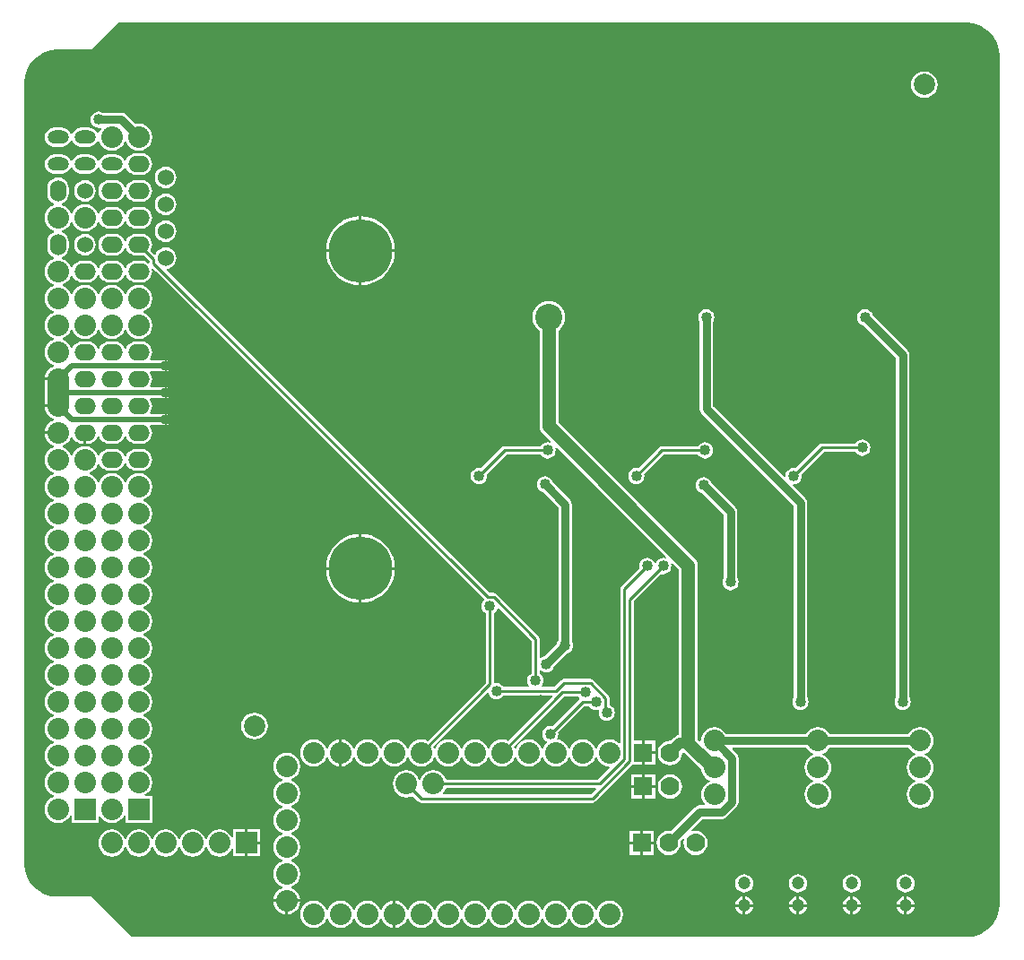
<source format=gbl>
G04 Layer_Physical_Order=2*
G04 Layer_Color=16711680*
%FSLAX25Y25*%
%MOIN*%
G70*
G01*
G75*
%ADD14C,0.01000*%
%ADD15C,0.03000*%
%ADD16C,0.05000*%
%ADD17C,0.04000*%
%ADD18C,0.02000*%
%ADD19C,0.08000*%
%ADD20R,0.07000X0.07000*%
%ADD21C,0.07000*%
%ADD22O,0.08000X0.05000*%
%ADD23O,0.06000X0.08000*%
%ADD24C,0.06000*%
%ADD25C,0.08000*%
%ADD26O,0.08000X0.06000*%
%ADD27R,0.08000X0.08000*%
%ADD28C,0.23622*%
%ADD29C,0.04724*%
%ADD30R,0.08000X0.08000*%
%ADD31C,0.04000*%
%ADD32C,0.07874*%
%ADD33C,0.10000*%
%ADD34C,0.25000*%
G36*
X-17556Y347286D02*
X-15973Y346862D01*
X-14459Y346235D01*
X-13040Y345416D01*
X-11740Y344418D01*
X-10582Y343260D01*
X-9584Y341960D01*
X-8765Y340541D01*
X-8138Y339027D01*
X-7714Y337444D01*
X-7500Y335819D01*
Y335000D01*
Y20000D01*
Y19181D01*
X-7714Y17556D01*
X-8138Y15973D01*
X-8765Y14459D01*
X-9584Y13040D01*
X-10582Y11740D01*
X-11740Y10582D01*
X-13040Y9584D01*
X-14459Y8765D01*
X-15973Y8138D01*
X-17556Y7714D01*
X-19181Y7500D01*
X-330000D01*
X-345000Y22500D01*
X-358319D01*
X-359944Y22714D01*
X-361527Y23138D01*
X-363040Y23765D01*
X-364459Y24584D01*
X-365759Y25582D01*
X-366918Y26741D01*
X-367916Y28041D01*
X-368735Y29460D01*
X-369362Y30973D01*
X-369786Y32556D01*
X-370000Y34181D01*
Y35000D01*
Y325000D01*
Y325819D01*
X-369786Y327444D01*
X-369362Y329027D01*
X-368735Y330540D01*
X-367916Y331960D01*
X-366918Y333260D01*
X-365759Y334418D01*
X-364459Y335416D01*
X-363040Y336235D01*
X-361527Y336862D01*
X-359944Y337286D01*
X-358319Y337500D01*
X-345000D01*
X-335000Y347500D01*
X-19181D01*
X-17556Y347286D01*
D02*
G37*
%LPC*%
G36*
X-35500Y329480D02*
X-36789Y329310D01*
X-37990Y328813D01*
X-39021Y328021D01*
X-39812Y326990D01*
X-40310Y325789D01*
X-40480Y324500D01*
X-40310Y323211D01*
X-39812Y322010D01*
X-39021Y320979D01*
X-37990Y320187D01*
X-36789Y319690D01*
X-35500Y319520D01*
X-34211Y319690D01*
X-33010Y320187D01*
X-31979Y320979D01*
X-31187Y322010D01*
X-30690Y323211D01*
X-30520Y324500D01*
X-30690Y325789D01*
X-31187Y326990D01*
X-31979Y328021D01*
X-33010Y328813D01*
X-34211Y329310D01*
X-35500Y329480D01*
D02*
G37*
G36*
X-342400Y314526D02*
X-343183Y314423D01*
X-343913Y314121D01*
X-344540Y313640D01*
X-345021Y313013D01*
X-345323Y312283D01*
X-345426Y311500D01*
X-345323Y310717D01*
X-345021Y309987D01*
X-344540Y309360D01*
X-343913Y308879D01*
X-343183Y308577D01*
X-342400Y308474D01*
X-341696Y308567D01*
X-341531Y308393D01*
X-341406Y308123D01*
X-341867Y307522D01*
X-342291Y306499D01*
X-342832D01*
X-342943Y306765D01*
X-343504Y307496D01*
X-344235Y308057D01*
X-345086Y308410D01*
X-346000Y308530D01*
X-349000D01*
X-349914Y308410D01*
X-350765Y308057D01*
X-351496Y307496D01*
X-352057Y306765D01*
X-352229Y306349D01*
X-352771D01*
X-352943Y306765D01*
X-353504Y307496D01*
X-354235Y308057D01*
X-355086Y308410D01*
X-356000Y308530D01*
X-359000D01*
X-359914Y308410D01*
X-360765Y308057D01*
X-361496Y307496D01*
X-362057Y306765D01*
X-362410Y305914D01*
X-362530Y305000D01*
X-362410Y304086D01*
X-362057Y303235D01*
X-361496Y302504D01*
X-360765Y301943D01*
X-359914Y301590D01*
X-359000Y301470D01*
X-356000D01*
X-355086Y301590D01*
X-354235Y301943D01*
X-353504Y302504D01*
X-352943Y303235D01*
X-352771Y303650D01*
X-352229D01*
X-352057Y303235D01*
X-351496Y302504D01*
X-350765Y301943D01*
X-349914Y301590D01*
X-349000Y301470D01*
X-346000D01*
X-345086Y301590D01*
X-344235Y301943D01*
X-343504Y302504D01*
X-342943Y303235D01*
X-342832Y303501D01*
X-342291D01*
X-341867Y302478D01*
X-341066Y301434D01*
X-340022Y300633D01*
X-338805Y300129D01*
X-337500Y299957D01*
X-336195Y300129D01*
X-334978Y300633D01*
X-333934Y301434D01*
X-333133Y302478D01*
X-332771Y303352D01*
X-332229D01*
X-331868Y302478D01*
X-331066Y301434D01*
X-330022Y300633D01*
X-328805Y300129D01*
X-327500Y299957D01*
X-326195Y300129D01*
X-324978Y300633D01*
X-323934Y301434D01*
X-323132Y302478D01*
X-322629Y303695D01*
X-322457Y305000D01*
X-322629Y306305D01*
X-323132Y307522D01*
X-323934Y308566D01*
X-324978Y309367D01*
X-326195Y309871D01*
X-327500Y310043D01*
X-328771Y309876D01*
X-332198Y313302D01*
X-333025Y313855D01*
X-334000Y314049D01*
X-340794D01*
X-340887Y314121D01*
X-341617Y314423D01*
X-342400Y314526D01*
D02*
G37*
G36*
X-326500Y299035D02*
X-328500D01*
X-329544Y298897D01*
X-330517Y298494D01*
X-331353Y297853D01*
X-331994Y297017D01*
X-332250Y296399D01*
X-332791D01*
X-332943Y296765D01*
X-333504Y297496D01*
X-334235Y298057D01*
X-335086Y298410D01*
X-336000Y298530D01*
X-339000D01*
X-339914Y298410D01*
X-340765Y298057D01*
X-341496Y297496D01*
X-342057Y296765D01*
X-342229Y296350D01*
X-342771D01*
X-342943Y296765D01*
X-343504Y297496D01*
X-344235Y298057D01*
X-345086Y298410D01*
X-346000Y298530D01*
X-349000D01*
X-349914Y298410D01*
X-350765Y298057D01*
X-351496Y297496D01*
X-352057Y296765D01*
X-352229Y296350D01*
X-352771D01*
X-352943Y296765D01*
X-353504Y297496D01*
X-354235Y298057D01*
X-355086Y298410D01*
X-356000Y298530D01*
X-359000D01*
X-359914Y298410D01*
X-360765Y298057D01*
X-361496Y297496D01*
X-362057Y296765D01*
X-362410Y295914D01*
X-362530Y295000D01*
X-362410Y294086D01*
X-362057Y293235D01*
X-361496Y292504D01*
X-360765Y291943D01*
X-359914Y291590D01*
X-359000Y291470D01*
X-356000D01*
X-355086Y291590D01*
X-354235Y291943D01*
X-353504Y292504D01*
X-352943Y293235D01*
X-352771Y293651D01*
X-352229D01*
X-352057Y293235D01*
X-351496Y292504D01*
X-350765Y291943D01*
X-349914Y291590D01*
X-349000Y291470D01*
X-346000D01*
X-345086Y291590D01*
X-344235Y291943D01*
X-343504Y292504D01*
X-342943Y293235D01*
X-342771Y293651D01*
X-342229D01*
X-342057Y293235D01*
X-341496Y292504D01*
X-340765Y291943D01*
X-339914Y291590D01*
X-339000Y291470D01*
X-336000D01*
X-335086Y291590D01*
X-334235Y291943D01*
X-333504Y292504D01*
X-332943Y293235D01*
X-332791Y293601D01*
X-332250D01*
X-331994Y292983D01*
X-331353Y292147D01*
X-330517Y291506D01*
X-329544Y291103D01*
X-328500Y290966D01*
X-326500D01*
X-325456Y291103D01*
X-324483Y291506D01*
X-323647Y292147D01*
X-323006Y292983D01*
X-322603Y293956D01*
X-322465Y295000D01*
X-322603Y296044D01*
X-323006Y297017D01*
X-323647Y297853D01*
X-324483Y298494D01*
X-325456Y298897D01*
X-326500Y299035D01*
D02*
G37*
G36*
Y289035D02*
X-328500D01*
X-329544Y288897D01*
X-330517Y288494D01*
X-331353Y287853D01*
X-331994Y287017D01*
X-332229Y286449D01*
X-332771D01*
X-333006Y287017D01*
X-333647Y287853D01*
X-334483Y288494D01*
X-335456Y288897D01*
X-336500Y289035D01*
X-338500D01*
X-339544Y288897D01*
X-340517Y288494D01*
X-341353Y287853D01*
X-341994Y287017D01*
X-342397Y286044D01*
X-342534Y285000D01*
X-342397Y283956D01*
X-341994Y282983D01*
X-341353Y282147D01*
X-340517Y281506D01*
X-339544Y281103D01*
X-338500Y280965D01*
X-336500D01*
X-335456Y281103D01*
X-334483Y281506D01*
X-333647Y282147D01*
X-333006Y282983D01*
X-332771Y283551D01*
X-332229D01*
X-331994Y282983D01*
X-331353Y282147D01*
X-330517Y281506D01*
X-329544Y281103D01*
X-328500Y280965D01*
X-326500D01*
X-325456Y281103D01*
X-324483Y281506D01*
X-323647Y282147D01*
X-323006Y282983D01*
X-322603Y283956D01*
X-322465Y285000D01*
X-322603Y286044D01*
X-323006Y287017D01*
X-323647Y287853D01*
X-324483Y288494D01*
X-325456Y288897D01*
X-326500Y289035D01*
D02*
G37*
G36*
X-317500Y294035D02*
X-318544Y293897D01*
X-319517Y293494D01*
X-320353Y292853D01*
X-320994Y292017D01*
X-321397Y291044D01*
X-321534Y290000D01*
X-321397Y288956D01*
X-320994Y287983D01*
X-320353Y287147D01*
X-319517Y286506D01*
X-318544Y286103D01*
X-317500Y285965D01*
X-316456Y286103D01*
X-315483Y286506D01*
X-314647Y287147D01*
X-314006Y287983D01*
X-313603Y288956D01*
X-313465Y290000D01*
X-313603Y291044D01*
X-314006Y292017D01*
X-314647Y292853D01*
X-315483Y293494D01*
X-316456Y293897D01*
X-317500Y294035D01*
D02*
G37*
G36*
X-347500Y289035D02*
X-348544Y288897D01*
X-349517Y288494D01*
X-350353Y287853D01*
X-350994Y287017D01*
X-351397Y286044D01*
X-351535Y285000D01*
X-351397Y283956D01*
X-350994Y282983D01*
X-350353Y282147D01*
X-349517Y281506D01*
X-348544Y281103D01*
X-347500Y280965D01*
X-346456Y281103D01*
X-345483Y281506D01*
X-344647Y282147D01*
X-344006Y282983D01*
X-343603Y283956D01*
X-343465Y285000D01*
X-343603Y286044D01*
X-344006Y287017D01*
X-344647Y287853D01*
X-345483Y288494D01*
X-346456Y288897D01*
X-347500Y289035D01*
D02*
G37*
G36*
X-317500Y284034D02*
X-318544Y283897D01*
X-319517Y283494D01*
X-320353Y282853D01*
X-320994Y282017D01*
X-321397Y281044D01*
X-321534Y280000D01*
X-321397Y278956D01*
X-320994Y277983D01*
X-320353Y277147D01*
X-319517Y276506D01*
X-318544Y276103D01*
X-317500Y275965D01*
X-316456Y276103D01*
X-315483Y276506D01*
X-314647Y277147D01*
X-314006Y277983D01*
X-313603Y278956D01*
X-313465Y280000D01*
X-313603Y281044D01*
X-314006Y282017D01*
X-314647Y282853D01*
X-315483Y283494D01*
X-316456Y283897D01*
X-317500Y284034D01*
D02*
G37*
G36*
X-357500Y290035D02*
X-358544Y289897D01*
X-359517Y289494D01*
X-360353Y288853D01*
X-360994Y288017D01*
X-361397Y287044D01*
X-361535Y286000D01*
Y284000D01*
X-361397Y282956D01*
X-360994Y281983D01*
X-360353Y281147D01*
X-359517Y280506D01*
X-359048Y280312D01*
Y279771D01*
X-360022Y279367D01*
X-361066Y278566D01*
X-361867Y277522D01*
X-362371Y276305D01*
X-362543Y275000D01*
X-362371Y273695D01*
X-361867Y272478D01*
X-361066Y271434D01*
X-360022Y270633D01*
X-359048Y270229D01*
Y269688D01*
X-359517Y269494D01*
X-360353Y268853D01*
X-360994Y268017D01*
X-361397Y267044D01*
X-361535Y266000D01*
Y264000D01*
X-361397Y262956D01*
X-360994Y261983D01*
X-360353Y261147D01*
X-359517Y260506D01*
X-359048Y260312D01*
Y259771D01*
X-360022Y259367D01*
X-361066Y258566D01*
X-361867Y257522D01*
X-362371Y256305D01*
X-362543Y255000D01*
X-362371Y253695D01*
X-361867Y252478D01*
X-361066Y251434D01*
X-360022Y250633D01*
X-359148Y250271D01*
Y249729D01*
X-360022Y249367D01*
X-361066Y248566D01*
X-361867Y247522D01*
X-362371Y246305D01*
X-362543Y245000D01*
X-362371Y243695D01*
X-361867Y242478D01*
X-361066Y241434D01*
X-360022Y240633D01*
X-359148Y240271D01*
Y239729D01*
X-360022Y239368D01*
X-361066Y238566D01*
X-361867Y237522D01*
X-362371Y236305D01*
X-362543Y235000D01*
X-362371Y233695D01*
X-361867Y232478D01*
X-361066Y231434D01*
X-360022Y230632D01*
X-359148Y230271D01*
Y229729D01*
X-360022Y229367D01*
X-361066Y228566D01*
X-361867Y227522D01*
X-362371Y226305D01*
X-362543Y225000D01*
X-362371Y223695D01*
X-361867Y222478D01*
X-361066Y221434D01*
X-360022Y220633D01*
X-359148Y220271D01*
Y219729D01*
X-360022Y219368D01*
X-361066Y218566D01*
X-361867Y217522D01*
X-362371Y216305D01*
X-362477Y215500D01*
X-357500D01*
Y214500D01*
X-362543D01*
Y210000D01*
Y205500D01*
X-357500D01*
Y204500D01*
X-362477D01*
X-362371Y203695D01*
X-361867Y202478D01*
X-361066Y201434D01*
X-360022Y200633D01*
X-359148Y200271D01*
Y199729D01*
X-360022Y199367D01*
X-361066Y198566D01*
X-361867Y197522D01*
X-362371Y196305D01*
X-362477Y195500D01*
X-357500D01*
Y194500D01*
X-362477D01*
X-362371Y193695D01*
X-361867Y192478D01*
X-361066Y191434D01*
X-360022Y190632D01*
X-359148Y190271D01*
Y189729D01*
X-360022Y189367D01*
X-361066Y188566D01*
X-361867Y187522D01*
X-362371Y186305D01*
X-362543Y185000D01*
X-362371Y183695D01*
X-361867Y182478D01*
X-361066Y181434D01*
X-360022Y180632D01*
X-359148Y180271D01*
Y179729D01*
X-360022Y179367D01*
X-361066Y178566D01*
X-361867Y177522D01*
X-362371Y176305D01*
X-362543Y175000D01*
X-362371Y173695D01*
X-361867Y172478D01*
X-361066Y171434D01*
X-360022Y170633D01*
X-359148Y170271D01*
Y169729D01*
X-360022Y169368D01*
X-361066Y168566D01*
X-361867Y167522D01*
X-362371Y166305D01*
X-362543Y165000D01*
X-362371Y163695D01*
X-361867Y162478D01*
X-361066Y161434D01*
X-360022Y160633D01*
X-359148Y160271D01*
Y159729D01*
X-360022Y159368D01*
X-361066Y158566D01*
X-361867Y157522D01*
X-362371Y156305D01*
X-362543Y155000D01*
X-362371Y153695D01*
X-361867Y152478D01*
X-361066Y151434D01*
X-360022Y150633D01*
X-359148Y150271D01*
Y149729D01*
X-360022Y149367D01*
X-361066Y148566D01*
X-361867Y147522D01*
X-362371Y146305D01*
X-362543Y145000D01*
X-362371Y143695D01*
X-361867Y142478D01*
X-361066Y141434D01*
X-360022Y140632D01*
X-359148Y140271D01*
Y139729D01*
X-360022Y139367D01*
X-361066Y138566D01*
X-361867Y137522D01*
X-362371Y136305D01*
X-362543Y135000D01*
X-362371Y133695D01*
X-361867Y132478D01*
X-361066Y131434D01*
X-360022Y130632D01*
X-359148Y130271D01*
Y129729D01*
X-360022Y129367D01*
X-361066Y128566D01*
X-361867Y127522D01*
X-362371Y126305D01*
X-362543Y125000D01*
X-362371Y123695D01*
X-361867Y122478D01*
X-361066Y121434D01*
X-360022Y120633D01*
X-359148Y120271D01*
Y119729D01*
X-360022Y119368D01*
X-361066Y118566D01*
X-361867Y117522D01*
X-362371Y116305D01*
X-362543Y115000D01*
X-362371Y113695D01*
X-361867Y112478D01*
X-361066Y111434D01*
X-360022Y110633D01*
X-359148Y110271D01*
Y109729D01*
X-360022Y109368D01*
X-361066Y108566D01*
X-361867Y107522D01*
X-362371Y106305D01*
X-362543Y105000D01*
X-362371Y103695D01*
X-361867Y102478D01*
X-361066Y101434D01*
X-360022Y100633D01*
X-359148Y100271D01*
Y99729D01*
X-360022Y99367D01*
X-361066Y98566D01*
X-361867Y97522D01*
X-362371Y96305D01*
X-362543Y95000D01*
X-362371Y93695D01*
X-361867Y92478D01*
X-361066Y91434D01*
X-360022Y90632D01*
X-359148Y90271D01*
Y89729D01*
X-360022Y89368D01*
X-361066Y88566D01*
X-361867Y87522D01*
X-362371Y86305D01*
X-362543Y85000D01*
X-362371Y83695D01*
X-361867Y82478D01*
X-361066Y81434D01*
X-360022Y80633D01*
X-359148Y80271D01*
Y79729D01*
X-360022Y79368D01*
X-361066Y78566D01*
X-361867Y77522D01*
X-362371Y76305D01*
X-362543Y75000D01*
X-362371Y73695D01*
X-361867Y72478D01*
X-361066Y71434D01*
X-360022Y70632D01*
X-359148Y70271D01*
Y69729D01*
X-360022Y69367D01*
X-361066Y68566D01*
X-361867Y67522D01*
X-362371Y66305D01*
X-362543Y65000D01*
X-362371Y63695D01*
X-361867Y62478D01*
X-361066Y61434D01*
X-360022Y60632D01*
X-359148Y60271D01*
Y59729D01*
X-360022Y59368D01*
X-361066Y58566D01*
X-361867Y57522D01*
X-362371Y56305D01*
X-362543Y55000D01*
X-362371Y53695D01*
X-361867Y52478D01*
X-361066Y51434D01*
X-360022Y50633D01*
X-358805Y50129D01*
X-357500Y49957D01*
X-356195Y50129D01*
X-354978Y50633D01*
X-353934Y51434D01*
X-353133Y52478D01*
X-353000Y52798D01*
X-352500Y52699D01*
Y50000D01*
X-342500D01*
Y52699D01*
X-342000Y52798D01*
X-341867Y52478D01*
X-341066Y51434D01*
X-340022Y50633D01*
X-338805Y50129D01*
X-337500Y49957D01*
X-336195Y50129D01*
X-334978Y50633D01*
X-333934Y51434D01*
X-333133Y52478D01*
X-333000Y52798D01*
X-332500Y52699D01*
Y50000D01*
X-322500D01*
Y60000D01*
X-325199D01*
X-325298Y60500D01*
X-324978Y60632D01*
X-323934Y61434D01*
X-323132Y62478D01*
X-322629Y63695D01*
X-322457Y65000D01*
X-322629Y66305D01*
X-323132Y67522D01*
X-323934Y68566D01*
X-324978Y69367D01*
X-325852Y69729D01*
Y70271D01*
X-324978Y70632D01*
X-323934Y71434D01*
X-323132Y72478D01*
X-322629Y73695D01*
X-322457Y75000D01*
X-322629Y76305D01*
X-323132Y77522D01*
X-323934Y78566D01*
X-324978Y79368D01*
X-325852Y79729D01*
Y80271D01*
X-324978Y80633D01*
X-323934Y81434D01*
X-323132Y82478D01*
X-322629Y83695D01*
X-322457Y85000D01*
X-322629Y86305D01*
X-323132Y87522D01*
X-323934Y88566D01*
X-324978Y89368D01*
X-325852Y89729D01*
Y90271D01*
X-324978Y90632D01*
X-323934Y91434D01*
X-323132Y92478D01*
X-322629Y93695D01*
X-322457Y95000D01*
X-322629Y96305D01*
X-323132Y97522D01*
X-323934Y98566D01*
X-324978Y99367D01*
X-325852Y99729D01*
Y100271D01*
X-324978Y100633D01*
X-323934Y101434D01*
X-323132Y102478D01*
X-322629Y103695D01*
X-322457Y105000D01*
X-322629Y106305D01*
X-323132Y107522D01*
X-323934Y108566D01*
X-324978Y109368D01*
X-325852Y109729D01*
Y110271D01*
X-324978Y110633D01*
X-323934Y111434D01*
X-323132Y112478D01*
X-322629Y113695D01*
X-322457Y115000D01*
X-322629Y116305D01*
X-323132Y117522D01*
X-323934Y118566D01*
X-324978Y119368D01*
X-325852Y119729D01*
Y120271D01*
X-324978Y120633D01*
X-323934Y121434D01*
X-323132Y122478D01*
X-322629Y123695D01*
X-322457Y125000D01*
X-322629Y126305D01*
X-323132Y127522D01*
X-323934Y128566D01*
X-324978Y129367D01*
X-325852Y129729D01*
Y130271D01*
X-324978Y130632D01*
X-323934Y131434D01*
X-323132Y132478D01*
X-322629Y133695D01*
X-322457Y135000D01*
X-322629Y136305D01*
X-323132Y137522D01*
X-323934Y138566D01*
X-324978Y139367D01*
X-325852Y139729D01*
Y140271D01*
X-324978Y140632D01*
X-323934Y141434D01*
X-323132Y142478D01*
X-322629Y143695D01*
X-322457Y145000D01*
X-322629Y146305D01*
X-323132Y147522D01*
X-323934Y148566D01*
X-324978Y149367D01*
X-325852Y149729D01*
Y150271D01*
X-324978Y150633D01*
X-323934Y151434D01*
X-323132Y152478D01*
X-322629Y153695D01*
X-322457Y155000D01*
X-322629Y156305D01*
X-323132Y157522D01*
X-323934Y158566D01*
X-324978Y159368D01*
X-325852Y159729D01*
Y160271D01*
X-324978Y160633D01*
X-323934Y161434D01*
X-323132Y162478D01*
X-322629Y163695D01*
X-322457Y165000D01*
X-322629Y166305D01*
X-323132Y167522D01*
X-323934Y168566D01*
X-324978Y169368D01*
X-325852Y169729D01*
Y170271D01*
X-324978Y170633D01*
X-323934Y171434D01*
X-323132Y172478D01*
X-322629Y173695D01*
X-322457Y175000D01*
X-322629Y176305D01*
X-323132Y177522D01*
X-323934Y178566D01*
X-324978Y179367D01*
X-326195Y179871D01*
X-327500Y180043D01*
X-328805Y179871D01*
X-330022Y179367D01*
X-331066Y178566D01*
X-331868Y177522D01*
X-332229Y176648D01*
X-332771D01*
X-333133Y177522D01*
X-333934Y178566D01*
X-334978Y179367D01*
X-336195Y179871D01*
X-337500Y180043D01*
X-338805Y179871D01*
X-340022Y179367D01*
X-341066Y178566D01*
X-341867Y177522D01*
X-342229Y176648D01*
X-342771D01*
X-343132Y177522D01*
X-343934Y178566D01*
X-344978Y179367D01*
X-345852Y179729D01*
Y180271D01*
X-344978Y180632D01*
X-343934Y181434D01*
X-343132Y182478D01*
X-342729Y183452D01*
X-342188D01*
X-341994Y182983D01*
X-341353Y182147D01*
X-340517Y181506D01*
X-339544Y181103D01*
X-338500Y180965D01*
X-336500D01*
X-335456Y181103D01*
X-334483Y181506D01*
X-333647Y182147D01*
X-333006Y182983D01*
X-332771Y183551D01*
X-332229D01*
X-331994Y182983D01*
X-331353Y182147D01*
X-330517Y181506D01*
X-329544Y181103D01*
X-328500Y180965D01*
X-326500D01*
X-325456Y181103D01*
X-324483Y181506D01*
X-323647Y182147D01*
X-323006Y182983D01*
X-322603Y183956D01*
X-322465Y185000D01*
X-322603Y186044D01*
X-323006Y187017D01*
X-323647Y187853D01*
X-324483Y188494D01*
X-325456Y188897D01*
X-326500Y189034D01*
X-328500D01*
X-329544Y188897D01*
X-330517Y188494D01*
X-331353Y187853D01*
X-331994Y187017D01*
X-332229Y186449D01*
X-332771D01*
X-333006Y187017D01*
X-333647Y187853D01*
X-334483Y188494D01*
X-335456Y188897D01*
X-336500Y189034D01*
X-338500D01*
X-339544Y188897D01*
X-340517Y188494D01*
X-341353Y187853D01*
X-341994Y187017D01*
X-342188Y186548D01*
X-342729D01*
X-343132Y187522D01*
X-343934Y188566D01*
X-344978Y189367D01*
X-346195Y189871D01*
X-347500Y190043D01*
X-348805Y189871D01*
X-350022Y189367D01*
X-351066Y188566D01*
X-351868Y187522D01*
X-352229Y186648D01*
X-352771D01*
X-353133Y187522D01*
X-353934Y188566D01*
X-354978Y189367D01*
X-355852Y189729D01*
Y190271D01*
X-354978Y190632D01*
X-353934Y191434D01*
X-353133Y192478D01*
X-352729Y193452D01*
X-352188D01*
X-351994Y192983D01*
X-351353Y192147D01*
X-350517Y191506D01*
X-349544Y191103D01*
X-348500Y190965D01*
X-348000D01*
Y195000D01*
X-347000D01*
Y190965D01*
X-346500D01*
X-345456Y191103D01*
X-344483Y191506D01*
X-343647Y192147D01*
X-343006Y192983D01*
X-342771Y193551D01*
X-342229D01*
X-341994Y192983D01*
X-341353Y192147D01*
X-340517Y191506D01*
X-339544Y191103D01*
X-338500Y190965D01*
X-336500D01*
X-335456Y191103D01*
X-334483Y191506D01*
X-333647Y192147D01*
X-333006Y192983D01*
X-332771Y193551D01*
X-332229D01*
X-331994Y192983D01*
X-331353Y192147D01*
X-330517Y191506D01*
X-329544Y191103D01*
X-328500Y190965D01*
X-326500D01*
X-325456Y191103D01*
X-324483Y191506D01*
X-323647Y192147D01*
X-323006Y192983D01*
X-322603Y193956D01*
X-322465Y195000D01*
X-322603Y196044D01*
X-323006Y197017D01*
X-323346Y197461D01*
X-323100Y197961D01*
X-317500D01*
X-316720Y198116D01*
X-316058Y198558D01*
X-315616Y199220D01*
X-315461Y200000D01*
X-315616Y200780D01*
X-316058Y201442D01*
X-316720Y201884D01*
X-317500Y202039D01*
X-323100D01*
X-323346Y202539D01*
X-323006Y202983D01*
X-322603Y203956D01*
X-322465Y205000D01*
X-322603Y206044D01*
X-323006Y207017D01*
X-323346Y207461D01*
X-323100Y207961D01*
X-317500D01*
X-316720Y208116D01*
X-316058Y208558D01*
X-315616Y209220D01*
X-315461Y210000D01*
X-315616Y210780D01*
X-316058Y211442D01*
X-316720Y211884D01*
X-317500Y212039D01*
X-323100D01*
X-323346Y212539D01*
X-323006Y212983D01*
X-322603Y213956D01*
X-322465Y215000D01*
X-322603Y216044D01*
X-323006Y217017D01*
X-323346Y217461D01*
X-323100Y217961D01*
X-317500D01*
X-316720Y218116D01*
X-316058Y218558D01*
X-315616Y219220D01*
X-315461Y220000D01*
X-315616Y220780D01*
X-316058Y221442D01*
X-316720Y221884D01*
X-317500Y222039D01*
X-323100D01*
X-323346Y222539D01*
X-323006Y222983D01*
X-322603Y223956D01*
X-322465Y225000D01*
X-322603Y226044D01*
X-323006Y227017D01*
X-323647Y227853D01*
X-324483Y228494D01*
X-325456Y228897D01*
X-326500Y229034D01*
X-328500D01*
X-329544Y228897D01*
X-330517Y228494D01*
X-331353Y227853D01*
X-331994Y227017D01*
X-332229Y226449D01*
X-332771D01*
X-333006Y227017D01*
X-333647Y227853D01*
X-334483Y228494D01*
X-335456Y228897D01*
X-336500Y229034D01*
X-338500D01*
X-339544Y228897D01*
X-340517Y228494D01*
X-341353Y227853D01*
X-341994Y227017D01*
X-342229Y226449D01*
X-342771D01*
X-343006Y227017D01*
X-343647Y227853D01*
X-344483Y228494D01*
X-345456Y228897D01*
X-346500Y229034D01*
X-348500D01*
X-349544Y228897D01*
X-350517Y228494D01*
X-351353Y227853D01*
X-351994Y227017D01*
X-352188Y226548D01*
X-352729D01*
X-353133Y227522D01*
X-353934Y228566D01*
X-354978Y229367D01*
X-355852Y229729D01*
Y230271D01*
X-354978Y230632D01*
X-353934Y231434D01*
X-353133Y232478D01*
X-352771Y233352D01*
X-352229D01*
X-351868Y232478D01*
X-351066Y231434D01*
X-350022Y230632D01*
X-348805Y230129D01*
X-347500Y229957D01*
X-346195Y230129D01*
X-344978Y230632D01*
X-343934Y231434D01*
X-343132Y232478D01*
X-342771Y233352D01*
X-342229D01*
X-341867Y232478D01*
X-341066Y231434D01*
X-340022Y230632D01*
X-338805Y230129D01*
X-337500Y229957D01*
X-336195Y230129D01*
X-334978Y230632D01*
X-333934Y231434D01*
X-333133Y232478D01*
X-332771Y233352D01*
X-332229D01*
X-331868Y232478D01*
X-331066Y231434D01*
X-330022Y230632D01*
X-328805Y230129D01*
X-327500Y229957D01*
X-326195Y230129D01*
X-324978Y230632D01*
X-323934Y231434D01*
X-323132Y232478D01*
X-322629Y233695D01*
X-322457Y235000D01*
X-322629Y236305D01*
X-323132Y237522D01*
X-323934Y238566D01*
X-324978Y239368D01*
X-325852Y239729D01*
Y240271D01*
X-324978Y240633D01*
X-323934Y241434D01*
X-323132Y242478D01*
X-322629Y243695D01*
X-322457Y245000D01*
X-322629Y246305D01*
X-323132Y247522D01*
X-323934Y248566D01*
X-324978Y249367D01*
X-326195Y249871D01*
X-327500Y250043D01*
X-328805Y249871D01*
X-330022Y249367D01*
X-331066Y248566D01*
X-331868Y247522D01*
X-332229Y246648D01*
X-332771D01*
X-333133Y247522D01*
X-333934Y248566D01*
X-334978Y249367D01*
X-336195Y249871D01*
X-337500Y250043D01*
X-338805Y249871D01*
X-340022Y249367D01*
X-341066Y248566D01*
X-341867Y247522D01*
X-342229Y246648D01*
X-342771D01*
X-343132Y247522D01*
X-343934Y248566D01*
X-344978Y249367D01*
X-346195Y249871D01*
X-347500Y250043D01*
X-348805Y249871D01*
X-350022Y249367D01*
X-351066Y248566D01*
X-351868Y247522D01*
X-352229Y246648D01*
X-352771D01*
X-353133Y247522D01*
X-353934Y248566D01*
X-354978Y249367D01*
X-355852Y249729D01*
Y250271D01*
X-354978Y250633D01*
X-353934Y251434D01*
X-353133Y252478D01*
X-352729Y253452D01*
X-352188D01*
X-351994Y252983D01*
X-351353Y252147D01*
X-350517Y251506D01*
X-349544Y251103D01*
X-348500Y250965D01*
X-346500D01*
X-345456Y251103D01*
X-344483Y251506D01*
X-343647Y252147D01*
X-343006Y252983D01*
X-342771Y253551D01*
X-342229D01*
X-341994Y252983D01*
X-341353Y252147D01*
X-340517Y251506D01*
X-339544Y251103D01*
X-338500Y250965D01*
X-336500D01*
X-335456Y251103D01*
X-334483Y251506D01*
X-333647Y252147D01*
X-333006Y252983D01*
X-332771Y253551D01*
X-332229D01*
X-331994Y252983D01*
X-331353Y252147D01*
X-330517Y251506D01*
X-329544Y251103D01*
X-328500Y250965D01*
X-326500D01*
X-325456Y251103D01*
X-324483Y251506D01*
X-323647Y252147D01*
X-323006Y252983D01*
X-322603Y253956D01*
X-322465Y255000D01*
X-322576Y255842D01*
X-322103Y256076D01*
X-199229Y133202D01*
X-199141Y132647D01*
X-199233Y132518D01*
X-199620Y132013D01*
X-199923Y131283D01*
X-200026Y130500D01*
X-199923Y129717D01*
X-199620Y128987D01*
X-199140Y128360D01*
X-198529Y127892D01*
Y102134D01*
X-220203Y80460D01*
X-221195Y80871D01*
X-222500Y81043D01*
X-223805Y80871D01*
X-225022Y80367D01*
X-226066Y79566D01*
X-226868Y78522D01*
X-227229Y77648D01*
X-227771D01*
X-228133Y78522D01*
X-228934Y79566D01*
X-229978Y80367D01*
X-231195Y80871D01*
X-232500Y81043D01*
X-233805Y80871D01*
X-235022Y80367D01*
X-236066Y79566D01*
X-236867Y78522D01*
X-237229Y77648D01*
X-237771D01*
X-238133Y78522D01*
X-238934Y79566D01*
X-239978Y80367D01*
X-241195Y80871D01*
X-242500Y81043D01*
X-243805Y80871D01*
X-245022Y80367D01*
X-246066Y79566D01*
X-246867Y78522D01*
X-247229Y77648D01*
X-247771D01*
X-248132Y78522D01*
X-248934Y79566D01*
X-249978Y80367D01*
X-251195Y80871D01*
X-252000Y80977D01*
Y76000D01*
Y71023D01*
X-251195Y71129D01*
X-249978Y71632D01*
X-248934Y72434D01*
X-248132Y73478D01*
X-247771Y74352D01*
X-247229D01*
X-246867Y73478D01*
X-246066Y72434D01*
X-245022Y71632D01*
X-243805Y71129D01*
X-242500Y70957D01*
X-241195Y71129D01*
X-239978Y71632D01*
X-238934Y72434D01*
X-238133Y73478D01*
X-237771Y74352D01*
X-237229D01*
X-236867Y73478D01*
X-236066Y72434D01*
X-235022Y71632D01*
X-233805Y71129D01*
X-232500Y70957D01*
X-231195Y71129D01*
X-229978Y71632D01*
X-228934Y72434D01*
X-228133Y73478D01*
X-227771Y74352D01*
X-227229D01*
X-226868Y73478D01*
X-226066Y72434D01*
X-225022Y71632D01*
X-223805Y71129D01*
X-222500Y70957D01*
X-221195Y71129D01*
X-219978Y71632D01*
X-218934Y72434D01*
X-218132Y73478D01*
X-217771Y74352D01*
X-217229D01*
X-216867Y73478D01*
X-216066Y72434D01*
X-215022Y71632D01*
X-213805Y71129D01*
X-212500Y70957D01*
X-211195Y71129D01*
X-209978Y71632D01*
X-208934Y72434D01*
X-208133Y73478D01*
X-207771Y74352D01*
X-207229D01*
X-206868Y73478D01*
X-206066Y72434D01*
X-205022Y71632D01*
X-203805Y71129D01*
X-202500Y70957D01*
X-201195Y71129D01*
X-199978Y71632D01*
X-198934Y72434D01*
X-198133Y73478D01*
X-197771Y74352D01*
X-197229D01*
X-196868Y73478D01*
X-196066Y72434D01*
X-195022Y71632D01*
X-193805Y71129D01*
X-192500Y70957D01*
X-191195Y71129D01*
X-189978Y71632D01*
X-188934Y72434D01*
X-188133Y73478D01*
X-187771Y74352D01*
X-187229D01*
X-186867Y73478D01*
X-186066Y72434D01*
X-185022Y71632D01*
X-183805Y71129D01*
X-182500Y70957D01*
X-181195Y71129D01*
X-179978Y71632D01*
X-178934Y72434D01*
X-178132Y73478D01*
X-177771Y74352D01*
X-177229D01*
X-176867Y73478D01*
X-176066Y72434D01*
X-175022Y71632D01*
X-173805Y71129D01*
X-172500Y70957D01*
X-171195Y71129D01*
X-169978Y71632D01*
X-168934Y72434D01*
X-168132Y73478D01*
X-167771Y74352D01*
X-167229D01*
X-166867Y73478D01*
X-166066Y72434D01*
X-165022Y71632D01*
X-163805Y71129D01*
X-162500Y70957D01*
X-161195Y71129D01*
X-159978Y71632D01*
X-158934Y72434D01*
X-158133Y73478D01*
X-157771Y74352D01*
X-157229D01*
X-156868Y73478D01*
X-156066Y72434D01*
X-155022Y71632D01*
X-153805Y71129D01*
X-152619Y70973D01*
X-152372Y70513D01*
X-156855Y66029D01*
X-213222D01*
X-213632Y67022D01*
X-214434Y68066D01*
X-215478Y68867D01*
X-216695Y69371D01*
X-218000Y69543D01*
X-219305Y69371D01*
X-220522Y68867D01*
X-221566Y68066D01*
X-222368Y67022D01*
X-222729Y66148D01*
X-223271D01*
X-223633Y67022D01*
X-224434Y68066D01*
X-225478Y68867D01*
X-226695Y69371D01*
X-228000Y69543D01*
X-229305Y69371D01*
X-230522Y68867D01*
X-231566Y68066D01*
X-232367Y67022D01*
X-232871Y65805D01*
X-233043Y64500D01*
X-232871Y63195D01*
X-232367Y61978D01*
X-231566Y60934D01*
X-230522Y60132D01*
X-229305Y59629D01*
X-228000Y59457D01*
X-226695Y59629D01*
X-225703Y60040D01*
X-223581Y57919D01*
X-223085Y57587D01*
X-222500Y57471D01*
X-158893D01*
X-158308Y57587D01*
X-157812Y57919D01*
X-144230Y71500D01*
X-140500D01*
Y76000D01*
Y80500D01*
X-143471D01*
Y132367D01*
X-133263Y142575D01*
X-132500Y142474D01*
X-131717Y142577D01*
X-130987Y142879D01*
X-130360Y143360D01*
X-129879Y143987D01*
X-129577Y144717D01*
X-129474Y145500D01*
X-129577Y146283D01*
X-129644Y146444D01*
X-129220Y146728D01*
X-126780Y144288D01*
Y82613D01*
X-127140Y82566D01*
X-127870Y82264D01*
X-128496Y81783D01*
X-129771Y80509D01*
X-130000Y80539D01*
X-131175Y80384D01*
X-132269Y79931D01*
X-133209Y79210D01*
X-133931Y78269D01*
X-134384Y77175D01*
X-134539Y76000D01*
X-134384Y74825D01*
X-133931Y73731D01*
X-133209Y72791D01*
X-132269Y72069D01*
X-131175Y71616D01*
X-130000Y71461D01*
X-128825Y71616D01*
X-127731Y72069D01*
X-126791Y72791D01*
X-126069Y73731D01*
X-125616Y74825D01*
X-125461Y76000D01*
X-125012Y76284D01*
X-124883Y76284D01*
X-118459Y69860D01*
X-118371Y69195D01*
X-117868Y67978D01*
X-117066Y66934D01*
X-116022Y66132D01*
X-115148Y65771D01*
Y65229D01*
X-116022Y64868D01*
X-117066Y64066D01*
X-117868Y63022D01*
X-118371Y61805D01*
X-118543Y60500D01*
X-118371Y59195D01*
X-117868Y57978D01*
X-117154Y57049D01*
X-117323Y56549D01*
X-119000D01*
X-119975Y56355D01*
X-120802Y55802D01*
X-129675Y46930D01*
X-130500Y47039D01*
X-131675Y46884D01*
X-132769Y46431D01*
X-133709Y45709D01*
X-134431Y44769D01*
X-134884Y43675D01*
X-135039Y42500D01*
X-134884Y41325D01*
X-134431Y40231D01*
X-133709Y39291D01*
X-132769Y38569D01*
X-131675Y38116D01*
X-130500Y37961D01*
X-129325Y38116D01*
X-128231Y38569D01*
X-127291Y39291D01*
X-126569Y40231D01*
X-126116Y41325D01*
X-125961Y42500D01*
X-126070Y43325D01*
X-125217Y44179D01*
X-124793Y43895D01*
X-124884Y43675D01*
X-125039Y42500D01*
X-124884Y41325D01*
X-124431Y40231D01*
X-123709Y39291D01*
X-122769Y38569D01*
X-121675Y38116D01*
X-120500Y37961D01*
X-119325Y38116D01*
X-118231Y38569D01*
X-117290Y39291D01*
X-116569Y40231D01*
X-116116Y41325D01*
X-115961Y42500D01*
X-116116Y43675D01*
X-116569Y44769D01*
X-117290Y45709D01*
X-118231Y46431D01*
X-119325Y46884D01*
X-120500Y47039D01*
X-121675Y46884D01*
X-121895Y46793D01*
X-122178Y47217D01*
X-117944Y51451D01*
X-110808D01*
X-109832Y51645D01*
X-109005Y52198D01*
X-105198Y56005D01*
X-104645Y56832D01*
X-104451Y57808D01*
Y74000D01*
X-104645Y74976D01*
X-105198Y75802D01*
X-106884Y77489D01*
X-106693Y77951D01*
X-79347D01*
X-78566Y76934D01*
X-77522Y76133D01*
X-76648Y75771D01*
Y75229D01*
X-77522Y74867D01*
X-78566Y74066D01*
X-79368Y73022D01*
X-79871Y71805D01*
X-80043Y70500D01*
X-79871Y69195D01*
X-79368Y67978D01*
X-78566Y66934D01*
X-77522Y66132D01*
X-76648Y65771D01*
Y65229D01*
X-77522Y64868D01*
X-78566Y64066D01*
X-79368Y63022D01*
X-79871Y61805D01*
X-80043Y60500D01*
X-79871Y59195D01*
X-79368Y57978D01*
X-78566Y56934D01*
X-77522Y56133D01*
X-76305Y55629D01*
X-75000Y55457D01*
X-73695Y55629D01*
X-72478Y56133D01*
X-71434Y56934D01*
X-70632Y57978D01*
X-70129Y59195D01*
X-69957Y60500D01*
X-70129Y61805D01*
X-70632Y63022D01*
X-71434Y64066D01*
X-72478Y64868D01*
X-73352Y65229D01*
Y65771D01*
X-72478Y66132D01*
X-71434Y66934D01*
X-70632Y67978D01*
X-70129Y69195D01*
X-69957Y70500D01*
X-70129Y71805D01*
X-70632Y73022D01*
X-71434Y74066D01*
X-72478Y74867D01*
X-73352Y75229D01*
Y75771D01*
X-72478Y76133D01*
X-71434Y76934D01*
X-70653Y77951D01*
X-41346D01*
X-40566Y76934D01*
X-39522Y76133D01*
X-38648Y75771D01*
Y75229D01*
X-39522Y74867D01*
X-40566Y74066D01*
X-41368Y73022D01*
X-41871Y71805D01*
X-42043Y70500D01*
X-41871Y69195D01*
X-41368Y67978D01*
X-40566Y66934D01*
X-39522Y66132D01*
X-38648Y65771D01*
Y65229D01*
X-39522Y64868D01*
X-40566Y64066D01*
X-41368Y63022D01*
X-41871Y61805D01*
X-42043Y60500D01*
X-41871Y59195D01*
X-41368Y57978D01*
X-40566Y56934D01*
X-39522Y56133D01*
X-38305Y55629D01*
X-37000Y55457D01*
X-35695Y55629D01*
X-34478Y56133D01*
X-33434Y56934D01*
X-32632Y57978D01*
X-32129Y59195D01*
X-31957Y60500D01*
X-32129Y61805D01*
X-32632Y63022D01*
X-33434Y64066D01*
X-34478Y64868D01*
X-35352Y65229D01*
Y65771D01*
X-34478Y66132D01*
X-33434Y66934D01*
X-32632Y67978D01*
X-32129Y69195D01*
X-31957Y70500D01*
X-32129Y71805D01*
X-32632Y73022D01*
X-33434Y74066D01*
X-34478Y74867D01*
X-35352Y75229D01*
Y75771D01*
X-34478Y76133D01*
X-33434Y76934D01*
X-32632Y77978D01*
X-32129Y79195D01*
X-31957Y80500D01*
X-32129Y81805D01*
X-32632Y83022D01*
X-33434Y84066D01*
X-34478Y84868D01*
X-35695Y85371D01*
X-37000Y85543D01*
X-38305Y85371D01*
X-39522Y84868D01*
X-40566Y84066D01*
X-41346Y83049D01*
X-70653D01*
X-71434Y84066D01*
X-72478Y84868D01*
X-73695Y85371D01*
X-75000Y85543D01*
X-76305Y85371D01*
X-77522Y84868D01*
X-78566Y84066D01*
X-79347Y83049D01*
X-109153D01*
X-109934Y84066D01*
X-110978Y84868D01*
X-112195Y85371D01*
X-113500Y85543D01*
X-114805Y85371D01*
X-116022Y84868D01*
X-117066Y84066D01*
X-117868Y83022D01*
X-118371Y81805D01*
X-118527Y80620D01*
X-118987Y80373D01*
X-119720Y81106D01*
Y145750D01*
X-119840Y146664D01*
X-120193Y147515D01*
X-120754Y148246D01*
X-171470Y198962D01*
Y233135D01*
X-170737Y233737D01*
X-169987Y234650D01*
X-169430Y235693D01*
X-169087Y236824D01*
X-168971Y238000D01*
X-169087Y239176D01*
X-169430Y240307D01*
X-169987Y241350D01*
X-170737Y242263D01*
X-171651Y243013D01*
X-172693Y243570D01*
X-173824Y243913D01*
X-175000Y244029D01*
X-176176Y243913D01*
X-177307Y243570D01*
X-178349Y243013D01*
X-179263Y242263D01*
X-180013Y241350D01*
X-180570Y240307D01*
X-180913Y239176D01*
X-181029Y238000D01*
X-180913Y236824D01*
X-180570Y235693D01*
X-180013Y234650D01*
X-179263Y233737D01*
X-178530Y233135D01*
Y197500D01*
X-178410Y196586D01*
X-178057Y195735D01*
X-177496Y195004D01*
X-174272Y191780D01*
X-174556Y191356D01*
X-174717Y191423D01*
X-175500Y191526D01*
X-176283Y191423D01*
X-177013Y191121D01*
X-177640Y190640D01*
X-178108Y190029D01*
X-191500D01*
X-192085Y189913D01*
X-192581Y189581D01*
X-200237Y181925D01*
X-201000Y182026D01*
X-201783Y181923D01*
X-202513Y181621D01*
X-203140Y181140D01*
X-203621Y180513D01*
X-203923Y179783D01*
X-204026Y179000D01*
X-203923Y178217D01*
X-203621Y177487D01*
X-203140Y176860D01*
X-202513Y176380D01*
X-201783Y176077D01*
X-201000Y175974D01*
X-200217Y176077D01*
X-199487Y176380D01*
X-198860Y176860D01*
X-198380Y177487D01*
X-198077Y178217D01*
X-197974Y179000D01*
X-198074Y179763D01*
X-190866Y186971D01*
X-178108D01*
X-177640Y186360D01*
X-177013Y185880D01*
X-176283Y185577D01*
X-175500Y185474D01*
X-174717Y185577D01*
X-173987Y185880D01*
X-173360Y186360D01*
X-172880Y186987D01*
X-172577Y187717D01*
X-172474Y188500D01*
X-172577Y189283D01*
X-172644Y189444D01*
X-172220Y189728D01*
X-131272Y148780D01*
X-131555Y148356D01*
X-131717Y148423D01*
X-132500Y148526D01*
X-133283Y148423D01*
X-134013Y148120D01*
X-134640Y147640D01*
X-135120Y147013D01*
X-135229Y146750D01*
X-135771D01*
X-135880Y147013D01*
X-136360Y147640D01*
X-136987Y148120D01*
X-137717Y148423D01*
X-138500Y148526D01*
X-139283Y148423D01*
X-140013Y148120D01*
X-140640Y147640D01*
X-141121Y147013D01*
X-141423Y146283D01*
X-141526Y145500D01*
X-141426Y144737D01*
X-148081Y138081D01*
X-148413Y137585D01*
X-148529Y137000D01*
Y79789D01*
X-149029Y79639D01*
X-149978Y80367D01*
X-151195Y80871D01*
X-152500Y81043D01*
X-153805Y80871D01*
X-155022Y80367D01*
X-156066Y79566D01*
X-156868Y78522D01*
X-157229Y77648D01*
X-157771D01*
X-158133Y78522D01*
X-158934Y79566D01*
X-159978Y80367D01*
X-161195Y80871D01*
X-162500Y81043D01*
X-163805Y80871D01*
X-165022Y80367D01*
X-166066Y79566D01*
X-166867Y78522D01*
X-167229Y77648D01*
X-167771D01*
X-168132Y78522D01*
X-168934Y79566D01*
X-169978Y80367D01*
X-171195Y80871D01*
X-171750Y80944D01*
X-171941Y81406D01*
X-171879Y81487D01*
X-171577Y82217D01*
X-171474Y83000D01*
X-171574Y83763D01*
X-161866Y93471D01*
X-160108D01*
X-159640Y92860D01*
X-159013Y92379D01*
X-158283Y92077D01*
X-157500Y91974D01*
X-156849Y92060D01*
X-156665Y91940D01*
X-156560Y91835D01*
X-156440Y91651D01*
X-156526Y91000D01*
X-156423Y90217D01*
X-156121Y89487D01*
X-155640Y88860D01*
X-155013Y88380D01*
X-154283Y88077D01*
X-153500Y87974D01*
X-152717Y88077D01*
X-151987Y88380D01*
X-151360Y88860D01*
X-150880Y89487D01*
X-150577Y90217D01*
X-150474Y91000D01*
X-150577Y91783D01*
X-150880Y92513D01*
X-151360Y93140D01*
X-151987Y93621D01*
X-152471Y93821D01*
Y96450D01*
X-152587Y97035D01*
X-152919Y97531D01*
X-158469Y103081D01*
X-158965Y103413D01*
X-159550Y103529D01*
X-169328D01*
X-169914Y103413D01*
X-170410Y103081D01*
X-172962Y100529D01*
X-177510D01*
X-177731Y101029D01*
X-177380Y101487D01*
X-177077Y102217D01*
X-176974Y103000D01*
X-177077Y103783D01*
X-177380Y104513D01*
X-177860Y105140D01*
X-178471Y105608D01*
Y106510D01*
X-177971Y106731D01*
X-177513Y106379D01*
X-176783Y106077D01*
X-176000Y105974D01*
X-175217Y106077D01*
X-174487Y106379D01*
X-173860Y106860D01*
X-173380Y107487D01*
X-173077Y108217D01*
X-173062Y108333D01*
X-168333Y113062D01*
X-168217Y113077D01*
X-167487Y113380D01*
X-166860Y113860D01*
X-166379Y114487D01*
X-166077Y115217D01*
X-165974Y116000D01*
X-166077Y116783D01*
X-166379Y117513D01*
X-166451Y117606D01*
Y168342D01*
X-166645Y169318D01*
X-167198Y170145D01*
X-173562Y176509D01*
X-173577Y176626D01*
X-173880Y177356D01*
X-174360Y177982D01*
X-174987Y178463D01*
X-175717Y178765D01*
X-176500Y178868D01*
X-177283Y178765D01*
X-178013Y178463D01*
X-178640Y177982D01*
X-179121Y177356D01*
X-179423Y176626D01*
X-179526Y175842D01*
X-179423Y175059D01*
X-179121Y174330D01*
X-178640Y173703D01*
X-178013Y173222D01*
X-177283Y172920D01*
X-177167Y172904D01*
X-171549Y167287D01*
Y117606D01*
X-171621Y117513D01*
X-171923Y116783D01*
X-171938Y116667D01*
X-176667Y111938D01*
X-176783Y111923D01*
X-177513Y111620D01*
X-177971Y111269D01*
X-178471Y111490D01*
Y118450D01*
X-178587Y119035D01*
X-178919Y119531D01*
X-194469Y135081D01*
X-194965Y135413D01*
X-195550Y135529D01*
X-197231D01*
X-317201Y255501D01*
X-317022Y256028D01*
X-316456Y256103D01*
X-315483Y256506D01*
X-314647Y257147D01*
X-314006Y257983D01*
X-313603Y258956D01*
X-313465Y260000D01*
X-313603Y261044D01*
X-314006Y262017D01*
X-314647Y262853D01*
X-315483Y263494D01*
X-316456Y263897D01*
X-317500Y264035D01*
X-318544Y263897D01*
X-319517Y263494D01*
X-320353Y262853D01*
X-320994Y262017D01*
X-321220Y261471D01*
X-321711Y261373D01*
X-323142Y262805D01*
X-323006Y262983D01*
X-322603Y263956D01*
X-322465Y265000D01*
X-322603Y266044D01*
X-323006Y267017D01*
X-323647Y267853D01*
X-324483Y268494D01*
X-325456Y268897D01*
X-326500Y269035D01*
X-328500D01*
X-329544Y268897D01*
X-330517Y268494D01*
X-331353Y267853D01*
X-331994Y267017D01*
X-332229Y266449D01*
X-332771D01*
X-333006Y267017D01*
X-333647Y267853D01*
X-334483Y268494D01*
X-335456Y268897D01*
X-336500Y269035D01*
X-338500D01*
X-339544Y268897D01*
X-340517Y268494D01*
X-341353Y267853D01*
X-341994Y267017D01*
X-342397Y266044D01*
X-342534Y265000D01*
X-342397Y263956D01*
X-341994Y262983D01*
X-341353Y262147D01*
X-340517Y261506D01*
X-339544Y261103D01*
X-338500Y260965D01*
X-336500D01*
X-335456Y261103D01*
X-334483Y261506D01*
X-333647Y262147D01*
X-333006Y262983D01*
X-332771Y263551D01*
X-332229D01*
X-331994Y262983D01*
X-331353Y262147D01*
X-330517Y261506D01*
X-329544Y261103D01*
X-328500Y260965D01*
X-326500D01*
X-325730Y261067D01*
X-323529Y258867D01*
Y258393D01*
X-324029Y258146D01*
X-324483Y258494D01*
X-325456Y258897D01*
X-326500Y259034D01*
X-328500D01*
X-329544Y258897D01*
X-330517Y258494D01*
X-331353Y257853D01*
X-331994Y257017D01*
X-332229Y256449D01*
X-332771D01*
X-333006Y257017D01*
X-333647Y257853D01*
X-334483Y258494D01*
X-335456Y258897D01*
X-336500Y259034D01*
X-338500D01*
X-339544Y258897D01*
X-340517Y258494D01*
X-341353Y257853D01*
X-341994Y257017D01*
X-342229Y256449D01*
X-342771D01*
X-343006Y257017D01*
X-343647Y257853D01*
X-344483Y258494D01*
X-345456Y258897D01*
X-346500Y259034D01*
X-348500D01*
X-349544Y258897D01*
X-350517Y258494D01*
X-351353Y257853D01*
X-351994Y257017D01*
X-352188Y256548D01*
X-352729D01*
X-353133Y257522D01*
X-353934Y258566D01*
X-354978Y259367D01*
X-355952Y259771D01*
Y260312D01*
X-355483Y260506D01*
X-354647Y261147D01*
X-354006Y261983D01*
X-353603Y262956D01*
X-353466Y264000D01*
Y266000D01*
X-353603Y267044D01*
X-354006Y268017D01*
X-354647Y268853D01*
X-355483Y269494D01*
X-355952Y269688D01*
Y270229D01*
X-354978Y270633D01*
X-353934Y271434D01*
X-353133Y272478D01*
X-352771Y273352D01*
X-352229D01*
X-351868Y272478D01*
X-351066Y271434D01*
X-350022Y270633D01*
X-348805Y270129D01*
X-347500Y269957D01*
X-346195Y270129D01*
X-344978Y270633D01*
X-343934Y271434D01*
X-343132Y272478D01*
X-342729Y273452D01*
X-342188D01*
X-341994Y272983D01*
X-341353Y272147D01*
X-340517Y271506D01*
X-339544Y271103D01*
X-338500Y270966D01*
X-336500D01*
X-335456Y271103D01*
X-334483Y271506D01*
X-333647Y272147D01*
X-333006Y272983D01*
X-332771Y273551D01*
X-332229D01*
X-331994Y272983D01*
X-331353Y272147D01*
X-330517Y271506D01*
X-329544Y271103D01*
X-328500Y270966D01*
X-326500D01*
X-325456Y271103D01*
X-324483Y271506D01*
X-323647Y272147D01*
X-323006Y272983D01*
X-322603Y273956D01*
X-322465Y275000D01*
X-322603Y276044D01*
X-323006Y277017D01*
X-323647Y277853D01*
X-324483Y278494D01*
X-325456Y278897D01*
X-326500Y279034D01*
X-328500D01*
X-329544Y278897D01*
X-330517Y278494D01*
X-331353Y277853D01*
X-331994Y277017D01*
X-332229Y276449D01*
X-332771D01*
X-333006Y277017D01*
X-333647Y277853D01*
X-334483Y278494D01*
X-335456Y278897D01*
X-336500Y279034D01*
X-338500D01*
X-339544Y278897D01*
X-340517Y278494D01*
X-341353Y277853D01*
X-341994Y277017D01*
X-342188Y276548D01*
X-342729D01*
X-343132Y277522D01*
X-343934Y278566D01*
X-344978Y279367D01*
X-346195Y279871D01*
X-347500Y280043D01*
X-348805Y279871D01*
X-350022Y279367D01*
X-351066Y278566D01*
X-351868Y277522D01*
X-352229Y276648D01*
X-352771D01*
X-353133Y277522D01*
X-353934Y278566D01*
X-354978Y279367D01*
X-355952Y279771D01*
Y280312D01*
X-355483Y280506D01*
X-354647Y281147D01*
X-354006Y281983D01*
X-353603Y282956D01*
X-353466Y284000D01*
Y286000D01*
X-353603Y287044D01*
X-354006Y288017D01*
X-354647Y288853D01*
X-355483Y289494D01*
X-356456Y289897D01*
X-357500Y290035D01*
D02*
G37*
G36*
X-317500Y274035D02*
X-318544Y273897D01*
X-319517Y273494D01*
X-320353Y272853D01*
X-320994Y272017D01*
X-321397Y271044D01*
X-321534Y270000D01*
X-321397Y268956D01*
X-320994Y267983D01*
X-320353Y267147D01*
X-319517Y266506D01*
X-318544Y266103D01*
X-317500Y265966D01*
X-316456Y266103D01*
X-315483Y266506D01*
X-314647Y267147D01*
X-314006Y267983D01*
X-313603Y268956D01*
X-313465Y270000D01*
X-313603Y271044D01*
X-314006Y272017D01*
X-314647Y272853D01*
X-315483Y273494D01*
X-316456Y273897D01*
X-317500Y274035D01*
D02*
G37*
G36*
X-244571Y275571D02*
Y263260D01*
X-232260D01*
X-232379Y264770D01*
X-232849Y266731D01*
X-233621Y268594D01*
X-234675Y270313D01*
X-235984Y271847D01*
X-237517Y273156D01*
X-239237Y274210D01*
X-241100Y274981D01*
X-243061Y275452D01*
X-244571Y275571D01*
D02*
G37*
G36*
X-245571D02*
X-247081Y275452D01*
X-249042Y274981D01*
X-250905Y274210D01*
X-252624Y273156D01*
X-254158Y271847D01*
X-255467Y270313D01*
X-256521Y268594D01*
X-257293Y266731D01*
X-257763Y264770D01*
X-257882Y263260D01*
X-245571D01*
Y275571D01*
D02*
G37*
G36*
X-347500Y269035D02*
X-348544Y268897D01*
X-349517Y268494D01*
X-350353Y267853D01*
X-350994Y267017D01*
X-351397Y266044D01*
X-351535Y265000D01*
X-351397Y263956D01*
X-350994Y262983D01*
X-350353Y262147D01*
X-349517Y261506D01*
X-348544Y261103D01*
X-347500Y260965D01*
X-346456Y261103D01*
X-345483Y261506D01*
X-344647Y262147D01*
X-344006Y262983D01*
X-343603Y263956D01*
X-343465Y265000D01*
X-343603Y266044D01*
X-344006Y267017D01*
X-344647Y267853D01*
X-345483Y268494D01*
X-346456Y268897D01*
X-347500Y269035D01*
D02*
G37*
G36*
X-232260Y262260D02*
X-244571D01*
Y249949D01*
X-243061Y250067D01*
X-241100Y250538D01*
X-239237Y251310D01*
X-237517Y252363D01*
X-235984Y253673D01*
X-234675Y255206D01*
X-233621Y256926D01*
X-232849Y258789D01*
X-232379Y260750D01*
X-232260Y262260D01*
D02*
G37*
G36*
X-245571D02*
X-257882D01*
X-257763Y260750D01*
X-257293Y258789D01*
X-256521Y256926D01*
X-255467Y255206D01*
X-254158Y253673D01*
X-252624Y252363D01*
X-250905Y251310D01*
X-249042Y250538D01*
X-247081Y250067D01*
X-245571Y249949D01*
Y262260D01*
D02*
G37*
G36*
X-116500Y241026D02*
X-117283Y240923D01*
X-118013Y240620D01*
X-118640Y240140D01*
X-119121Y239513D01*
X-119423Y238783D01*
X-119526Y238000D01*
X-119423Y237217D01*
X-119121Y236487D01*
X-119049Y236394D01*
Y204000D01*
X-118855Y203025D01*
X-118302Y202198D01*
X-84049Y167944D01*
Y96606D01*
X-84121Y96513D01*
X-84423Y95783D01*
X-84526Y95000D01*
X-84423Y94217D01*
X-84121Y93487D01*
X-83640Y92860D01*
X-83013Y92379D01*
X-82283Y92077D01*
X-81500Y91974D01*
X-80717Y92077D01*
X-79987Y92379D01*
X-79360Y92860D01*
X-78879Y93487D01*
X-78577Y94217D01*
X-78474Y95000D01*
X-78577Y95783D01*
X-78879Y96513D01*
X-78951Y96606D01*
Y169000D01*
X-79145Y169975D01*
X-79698Y170802D01*
X-84420Y175525D01*
X-84187Y175999D01*
X-84000Y175974D01*
X-83217Y176077D01*
X-82487Y176380D01*
X-81860Y176860D01*
X-81379Y177487D01*
X-81077Y178217D01*
X-80974Y179000D01*
X-81075Y179763D01*
X-72866Y187971D01*
X-61108D01*
X-60640Y187360D01*
X-60013Y186880D01*
X-59283Y186577D01*
X-58500Y186474D01*
X-57717Y186577D01*
X-56987Y186880D01*
X-56360Y187360D01*
X-55879Y187987D01*
X-55577Y188717D01*
X-55474Y189500D01*
X-55577Y190283D01*
X-55879Y191013D01*
X-56360Y191640D01*
X-56987Y192121D01*
X-57717Y192423D01*
X-58500Y192526D01*
X-59283Y192423D01*
X-60013Y192121D01*
X-60640Y191640D01*
X-61108Y191029D01*
X-73500D01*
X-74085Y190913D01*
X-74581Y190581D01*
X-83237Y181925D01*
X-84000Y182026D01*
X-84783Y181923D01*
X-85513Y181621D01*
X-86140Y181140D01*
X-86620Y180513D01*
X-86923Y179783D01*
X-87026Y179000D01*
X-87001Y178813D01*
X-87475Y178580D01*
X-113951Y205056D01*
Y236394D01*
X-113880Y236487D01*
X-113577Y237217D01*
X-113474Y238000D01*
X-113577Y238783D01*
X-113880Y239513D01*
X-114360Y240140D01*
X-114987Y240620D01*
X-115717Y240923D01*
X-116500Y241026D01*
D02*
G37*
G36*
X-117000Y191526D02*
X-117783Y191423D01*
X-118513Y191121D01*
X-119140Y190640D01*
X-119608Y190029D01*
X-133000D01*
X-133585Y189913D01*
X-134081Y189581D01*
X-141737Y181925D01*
X-142500Y182026D01*
X-143283Y181923D01*
X-144013Y181621D01*
X-144640Y181140D01*
X-145121Y180513D01*
X-145423Y179783D01*
X-145526Y179000D01*
X-145423Y178217D01*
X-145121Y177487D01*
X-144640Y176860D01*
X-144013Y176380D01*
X-143283Y176077D01*
X-142500Y175974D01*
X-141717Y176077D01*
X-140987Y176380D01*
X-140360Y176860D01*
X-139880Y177487D01*
X-139577Y178217D01*
X-139474Y179000D01*
X-139575Y179763D01*
X-132367Y186971D01*
X-119608D01*
X-119140Y186360D01*
X-118513Y185880D01*
X-117783Y185577D01*
X-117000Y185474D01*
X-116217Y185577D01*
X-115487Y185880D01*
X-114860Y186360D01*
X-114380Y186987D01*
X-114077Y187717D01*
X-113974Y188500D01*
X-114077Y189283D01*
X-114380Y190013D01*
X-114860Y190640D01*
X-115487Y191121D01*
X-116217Y191423D01*
X-117000Y191526D01*
D02*
G37*
G36*
X-244571Y157461D02*
Y145150D01*
X-232260D01*
X-232379Y146660D01*
X-232849Y148621D01*
X-233621Y150484D01*
X-234675Y152203D01*
X-235984Y153736D01*
X-237517Y155046D01*
X-239237Y156100D01*
X-241100Y156871D01*
X-243061Y157342D01*
X-244571Y157461D01*
D02*
G37*
G36*
X-245571D02*
X-247081Y157342D01*
X-249042Y156871D01*
X-250905Y156100D01*
X-252624Y155046D01*
X-254158Y153736D01*
X-255467Y152203D01*
X-256521Y150484D01*
X-257293Y148621D01*
X-257763Y146660D01*
X-257882Y145150D01*
X-245571D01*
Y157461D01*
D02*
G37*
G36*
X-117500Y178526D02*
X-118283Y178423D01*
X-119013Y178121D01*
X-119640Y177640D01*
X-120121Y177013D01*
X-120423Y176283D01*
X-120526Y175500D01*
X-120423Y174717D01*
X-120121Y173987D01*
X-119640Y173360D01*
X-119013Y172880D01*
X-118283Y172577D01*
X-118167Y172562D01*
X-110049Y164444D01*
Y141106D01*
X-110120Y141013D01*
X-110423Y140283D01*
X-110526Y139500D01*
X-110423Y138717D01*
X-110120Y137987D01*
X-109640Y137360D01*
X-109013Y136880D01*
X-108283Y136577D01*
X-107500Y136474D01*
X-106717Y136577D01*
X-105987Y136880D01*
X-105360Y137360D01*
X-104879Y137987D01*
X-104577Y138717D01*
X-104474Y139500D01*
X-104577Y140283D01*
X-104879Y141013D01*
X-104951Y141106D01*
Y165500D01*
X-105145Y166475D01*
X-105698Y167302D01*
X-114562Y176167D01*
X-114577Y176283D01*
X-114880Y177013D01*
X-115360Y177640D01*
X-115987Y178121D01*
X-116717Y178423D01*
X-117500Y178526D01*
D02*
G37*
G36*
X-232260Y144150D02*
X-244571D01*
Y131838D01*
X-243061Y131957D01*
X-241100Y132428D01*
X-239237Y133200D01*
X-237517Y134253D01*
X-235984Y135563D01*
X-234675Y137096D01*
X-233621Y138816D01*
X-232849Y140679D01*
X-232379Y142639D01*
X-232260Y144150D01*
D02*
G37*
G36*
X-245571D02*
X-257882D01*
X-257763Y142639D01*
X-257293Y140679D01*
X-256521Y138816D01*
X-255467Y137096D01*
X-254158Y135563D01*
X-252624Y134253D01*
X-250905Y133200D01*
X-249042Y132428D01*
X-247081Y131957D01*
X-245571Y131838D01*
Y144150D01*
D02*
G37*
G36*
X-57500Y241026D02*
X-58283Y240923D01*
X-59013Y240620D01*
X-59640Y240140D01*
X-60120Y239513D01*
X-60423Y238783D01*
X-60526Y238000D01*
X-60423Y237217D01*
X-60120Y236487D01*
X-59640Y235860D01*
X-59013Y235380D01*
X-58283Y235077D01*
X-58167Y235062D01*
X-46049Y222944D01*
Y96606D01*
X-46121Y96513D01*
X-46423Y95783D01*
X-46526Y95000D01*
X-46423Y94217D01*
X-46121Y93487D01*
X-45640Y92860D01*
X-45013Y92379D01*
X-44283Y92077D01*
X-43500Y91974D01*
X-42717Y92077D01*
X-41987Y92379D01*
X-41360Y92860D01*
X-40879Y93487D01*
X-40577Y94217D01*
X-40474Y95000D01*
X-40577Y95783D01*
X-40879Y96513D01*
X-40951Y96606D01*
Y224000D01*
X-41145Y224975D01*
X-41698Y225802D01*
X-54562Y238667D01*
X-54577Y238783D01*
X-54879Y239513D01*
X-55360Y240140D01*
X-55987Y240620D01*
X-56717Y240923D01*
X-57500Y241026D01*
D02*
G37*
G36*
X-284500Y90980D02*
X-285789Y90810D01*
X-286990Y90312D01*
X-288021Y89521D01*
X-288812Y88490D01*
X-289310Y87289D01*
X-289480Y86000D01*
X-289310Y84711D01*
X-288812Y83510D01*
X-288021Y82479D01*
X-286990Y81687D01*
X-285789Y81190D01*
X-284500Y81020D01*
X-283211Y81190D01*
X-282010Y81687D01*
X-280979Y82479D01*
X-280188Y83510D01*
X-279690Y84711D01*
X-279520Y86000D01*
X-279690Y87289D01*
X-280188Y88490D01*
X-280979Y89521D01*
X-282010Y90312D01*
X-283211Y90810D01*
X-284500Y90980D01*
D02*
G37*
G36*
X-135500Y80500D02*
X-139500D01*
Y76500D01*
X-135500D01*
Y80500D01*
D02*
G37*
G36*
Y75500D02*
X-139500D01*
Y71500D01*
X-135500D01*
Y75500D01*
D02*
G37*
G36*
X-262500Y81043D02*
X-263805Y80871D01*
X-265022Y80367D01*
X-266066Y79566D01*
X-266867Y78522D01*
X-267371Y77305D01*
X-267543Y76000D01*
X-267371Y74695D01*
X-266867Y73478D01*
X-266066Y72434D01*
X-265022Y71632D01*
X-263805Y71129D01*
X-262500Y70957D01*
X-261195Y71129D01*
X-259978Y71632D01*
X-258934Y72434D01*
X-258133Y73478D01*
X-257771Y74352D01*
X-257229D01*
X-256868Y73478D01*
X-256066Y72434D01*
X-255022Y71632D01*
X-253805Y71129D01*
X-253000Y71023D01*
Y76000D01*
Y80977D01*
X-253805Y80871D01*
X-255022Y80367D01*
X-256066Y79566D01*
X-256868Y78522D01*
X-257229Y77648D01*
X-257771D01*
X-258133Y78522D01*
X-258934Y79566D01*
X-259978Y80367D01*
X-261195Y80871D01*
X-262500Y81043D01*
D02*
G37*
G36*
X-135500Y68000D02*
X-139500D01*
Y64000D01*
X-135500D01*
Y68000D01*
D02*
G37*
G36*
X-140500D02*
X-144500D01*
Y64000D01*
X-140500D01*
Y68000D01*
D02*
G37*
G36*
X-135500Y63000D02*
X-139500D01*
Y59000D01*
X-135500D01*
Y63000D01*
D02*
G37*
G36*
X-140500D02*
X-144500D01*
Y59000D01*
X-140500D01*
Y63000D01*
D02*
G37*
G36*
X-130000Y68039D02*
X-131175Y67884D01*
X-132269Y67431D01*
X-133209Y66710D01*
X-133931Y65769D01*
X-134384Y64675D01*
X-134539Y63500D01*
X-134384Y62325D01*
X-133931Y61231D01*
X-133209Y60291D01*
X-132269Y59569D01*
X-131175Y59116D01*
X-130000Y58961D01*
X-128825Y59116D01*
X-127731Y59569D01*
X-126791Y60291D01*
X-126069Y61231D01*
X-125616Y62325D01*
X-125461Y63500D01*
X-125616Y64675D01*
X-126069Y65769D01*
X-126791Y66710D01*
X-127731Y67431D01*
X-128825Y67884D01*
X-130000Y68039D01*
D02*
G37*
G36*
X-297500Y47543D02*
X-298805Y47371D01*
X-300022Y46867D01*
X-301066Y46066D01*
X-301868Y45022D01*
X-302229Y44148D01*
X-302771D01*
X-303133Y45022D01*
X-303934Y46066D01*
X-304978Y46867D01*
X-306195Y47371D01*
X-307500Y47543D01*
X-308805Y47371D01*
X-310022Y46867D01*
X-311066Y46066D01*
X-311867Y45022D01*
X-312229Y44148D01*
X-312771D01*
X-313133Y45022D01*
X-313934Y46066D01*
X-314978Y46867D01*
X-316195Y47371D01*
X-317500Y47543D01*
X-318805Y47371D01*
X-320022Y46867D01*
X-321066Y46066D01*
X-321867Y45022D01*
X-322229Y44148D01*
X-322771D01*
X-323132Y45022D01*
X-323934Y46066D01*
X-324978Y46867D01*
X-326195Y47371D01*
X-327500Y47543D01*
X-328805Y47371D01*
X-330022Y46867D01*
X-331066Y46066D01*
X-331868Y45022D01*
X-332229Y44148D01*
X-332771D01*
X-333133Y45022D01*
X-333934Y46066D01*
X-334978Y46867D01*
X-336195Y47371D01*
X-337500Y47543D01*
X-338805Y47371D01*
X-340022Y46867D01*
X-341066Y46066D01*
X-341867Y45022D01*
X-342371Y43805D01*
X-342543Y42500D01*
X-342371Y41195D01*
X-341867Y39978D01*
X-341066Y38934D01*
X-340022Y38133D01*
X-338805Y37629D01*
X-337500Y37457D01*
X-336195Y37629D01*
X-334978Y38133D01*
X-333934Y38934D01*
X-333133Y39978D01*
X-332771Y40852D01*
X-332229D01*
X-331868Y39978D01*
X-331066Y38934D01*
X-330022Y38133D01*
X-328805Y37629D01*
X-327500Y37457D01*
X-326195Y37629D01*
X-324978Y38133D01*
X-323934Y38934D01*
X-323132Y39978D01*
X-322771Y40852D01*
X-322229D01*
X-321867Y39978D01*
X-321066Y38934D01*
X-320022Y38133D01*
X-318805Y37629D01*
X-317500Y37457D01*
X-316195Y37629D01*
X-314978Y38133D01*
X-313934Y38934D01*
X-313133Y39978D01*
X-312771Y40852D01*
X-312229D01*
X-311867Y39978D01*
X-311066Y38934D01*
X-310022Y38133D01*
X-308805Y37629D01*
X-307500Y37457D01*
X-306195Y37629D01*
X-304978Y38133D01*
X-303934Y38934D01*
X-303133Y39978D01*
X-302771Y40852D01*
X-302229D01*
X-301868Y39978D01*
X-301066Y38934D01*
X-300022Y38133D01*
X-298805Y37629D01*
X-297500Y37457D01*
X-296195Y37629D01*
X-294978Y38133D01*
X-293934Y38934D01*
X-293132Y39978D01*
X-293000Y40298D01*
X-292500Y40199D01*
Y37500D01*
X-288000D01*
Y42500D01*
Y47500D01*
X-292500D01*
Y44801D01*
X-293000Y44702D01*
X-293132Y45022D01*
X-293934Y46066D01*
X-294978Y46867D01*
X-296195Y47371D01*
X-297500Y47543D01*
D02*
G37*
G36*
X-282500Y47500D02*
X-287000D01*
Y43000D01*
X-282500D01*
Y47500D01*
D02*
G37*
G36*
X-136000Y47000D02*
X-140000D01*
Y43000D01*
X-136000D01*
Y47000D01*
D02*
G37*
G36*
X-141000D02*
X-145000D01*
Y43000D01*
X-141000D01*
Y47000D01*
D02*
G37*
G36*
X-136000Y42000D02*
X-140000D01*
Y38000D01*
X-136000D01*
Y42000D01*
D02*
G37*
G36*
X-141000D02*
X-145000D01*
Y38000D01*
X-141000D01*
Y42000D01*
D02*
G37*
G36*
X-282500D02*
X-287000D01*
Y37500D01*
X-282500D01*
Y42000D01*
D02*
G37*
G36*
X-42500Y30891D02*
X-43378Y30776D01*
X-44196Y30437D01*
X-44898Y29898D01*
X-45437Y29196D01*
X-45776Y28378D01*
X-45891Y27500D01*
X-45776Y26622D01*
X-45437Y25804D01*
X-44898Y25102D01*
X-44196Y24563D01*
X-43378Y24224D01*
X-42500Y24109D01*
X-41622Y24224D01*
X-40804Y24563D01*
X-40102Y25102D01*
X-39563Y25804D01*
X-39224Y26622D01*
X-39109Y27500D01*
X-39224Y28378D01*
X-39563Y29196D01*
X-40102Y29898D01*
X-40804Y30437D01*
X-41622Y30776D01*
X-42500Y30891D01*
D02*
G37*
G36*
X-62500D02*
X-63378Y30776D01*
X-64196Y30437D01*
X-64898Y29898D01*
X-65437Y29196D01*
X-65776Y28378D01*
X-65891Y27500D01*
X-65776Y26622D01*
X-65437Y25804D01*
X-64898Y25102D01*
X-64196Y24563D01*
X-63378Y24224D01*
X-62500Y24109D01*
X-61622Y24224D01*
X-60804Y24563D01*
X-60102Y25102D01*
X-59563Y25804D01*
X-59224Y26622D01*
X-59109Y27500D01*
X-59224Y28378D01*
X-59563Y29196D01*
X-60102Y29898D01*
X-60804Y30437D01*
X-61622Y30776D01*
X-62500Y30891D01*
D02*
G37*
G36*
X-82500D02*
X-83378Y30776D01*
X-84196Y30437D01*
X-84898Y29898D01*
X-85437Y29196D01*
X-85776Y28378D01*
X-85891Y27500D01*
X-85776Y26622D01*
X-85437Y25804D01*
X-84898Y25102D01*
X-84196Y24563D01*
X-83378Y24224D01*
X-82500Y24109D01*
X-81622Y24224D01*
X-80804Y24563D01*
X-80102Y25102D01*
X-79563Y25804D01*
X-79224Y26622D01*
X-79109Y27500D01*
X-79224Y28378D01*
X-79563Y29196D01*
X-80102Y29898D01*
X-80804Y30437D01*
X-81622Y30776D01*
X-82500Y30891D01*
D02*
G37*
G36*
X-102500D02*
X-103378Y30776D01*
X-104196Y30437D01*
X-104898Y29898D01*
X-105437Y29196D01*
X-105776Y28378D01*
X-105891Y27500D01*
X-105776Y26622D01*
X-105437Y25804D01*
X-104898Y25102D01*
X-104196Y24563D01*
X-103378Y24224D01*
X-102500Y24109D01*
X-101622Y24224D01*
X-100804Y24563D01*
X-100102Y25102D01*
X-99563Y25804D01*
X-99224Y26622D01*
X-99109Y27500D01*
X-99224Y28378D01*
X-99563Y29196D01*
X-100102Y29898D01*
X-100804Y30437D01*
X-101622Y30776D01*
X-102500Y30891D01*
D02*
G37*
G36*
X-272500Y76043D02*
X-273805Y75871D01*
X-275022Y75367D01*
X-276066Y74566D01*
X-276868Y73522D01*
X-277371Y72305D01*
X-277543Y71000D01*
X-277371Y69695D01*
X-276868Y68478D01*
X-276066Y67434D01*
X-275022Y66632D01*
X-274148Y66271D01*
Y65729D01*
X-275022Y65368D01*
X-276066Y64566D01*
X-276868Y63522D01*
X-277371Y62305D01*
X-277543Y61000D01*
X-277371Y59695D01*
X-276868Y58478D01*
X-276066Y57434D01*
X-275022Y56633D01*
X-274148Y56271D01*
Y55729D01*
X-275022Y55367D01*
X-276066Y54566D01*
X-276868Y53522D01*
X-277371Y52305D01*
X-277543Y51000D01*
X-277371Y49695D01*
X-276868Y48478D01*
X-276066Y47434D01*
X-275022Y46633D01*
X-274148Y46271D01*
Y45729D01*
X-275022Y45368D01*
X-276066Y44566D01*
X-276868Y43522D01*
X-277371Y42305D01*
X-277543Y41000D01*
X-277371Y39695D01*
X-276868Y38478D01*
X-276066Y37434D01*
X-275022Y36632D01*
X-274148Y36271D01*
Y35729D01*
X-275022Y35368D01*
X-276066Y34566D01*
X-276868Y33522D01*
X-277371Y32305D01*
X-277543Y31000D01*
X-277371Y29695D01*
X-276868Y28478D01*
X-276066Y27434D01*
X-275022Y26632D01*
X-274148Y26271D01*
Y25729D01*
X-275022Y25368D01*
X-276066Y24566D01*
X-276868Y23522D01*
X-277371Y22305D01*
X-277477Y21500D01*
X-272500D01*
Y21000D01*
D01*
Y21500D01*
X-267523D01*
X-267629Y22305D01*
X-268132Y23522D01*
X-268934Y24566D01*
X-269978Y25368D01*
X-270852Y25729D01*
Y26271D01*
X-269978Y26632D01*
X-268934Y27434D01*
X-268132Y28478D01*
X-267629Y29695D01*
X-267457Y31000D01*
X-267629Y32305D01*
X-268132Y33522D01*
X-268934Y34566D01*
X-269978Y35368D01*
X-270852Y35729D01*
Y36271D01*
X-269978Y36632D01*
X-268934Y37434D01*
X-268132Y38478D01*
X-267629Y39695D01*
X-267457Y41000D01*
X-267629Y42305D01*
X-268132Y43522D01*
X-268934Y44566D01*
X-269978Y45368D01*
X-270852Y45729D01*
Y46271D01*
X-269978Y46633D01*
X-268934Y47434D01*
X-268132Y48478D01*
X-267629Y49695D01*
X-267457Y51000D01*
X-267629Y52305D01*
X-268132Y53522D01*
X-268934Y54566D01*
X-269978Y55367D01*
X-270852Y55729D01*
Y56271D01*
X-269978Y56633D01*
X-268934Y57434D01*
X-268132Y58478D01*
X-267629Y59695D01*
X-267457Y61000D01*
X-267629Y62305D01*
X-268132Y63522D01*
X-268934Y64566D01*
X-269978Y65368D01*
X-270852Y65729D01*
Y66271D01*
X-269978Y66632D01*
X-268934Y67434D01*
X-268132Y68478D01*
X-267629Y69695D01*
X-267457Y71000D01*
X-267629Y72305D01*
X-268132Y73522D01*
X-268934Y74566D01*
X-269978Y75367D01*
X-271195Y75871D01*
X-272500Y76043D01*
D02*
G37*
G36*
X-42000Y22558D02*
Y19732D01*
X-39175D01*
X-39224Y20110D01*
X-39563Y20928D01*
X-40102Y21630D01*
X-40804Y22169D01*
X-41622Y22508D01*
X-42000Y22558D01*
D02*
G37*
G36*
X-43000D02*
X-43378Y22508D01*
X-44196Y22169D01*
X-44898Y21630D01*
X-45437Y20928D01*
X-45776Y20110D01*
X-45825Y19732D01*
X-43000D01*
Y22558D01*
D02*
G37*
G36*
X-62000D02*
Y19732D01*
X-59175D01*
X-59224Y20110D01*
X-59563Y20928D01*
X-60102Y21630D01*
X-60804Y22169D01*
X-61622Y22508D01*
X-62000Y22558D01*
D02*
G37*
G36*
X-63000D02*
X-63378Y22508D01*
X-64196Y22169D01*
X-64898Y21630D01*
X-65437Y20928D01*
X-65776Y20110D01*
X-65825Y19732D01*
X-63000D01*
Y22558D01*
D02*
G37*
G36*
X-82000D02*
Y19732D01*
X-79175D01*
X-79224Y20110D01*
X-79563Y20928D01*
X-80102Y21630D01*
X-80804Y22169D01*
X-81622Y22508D01*
X-82000Y22558D01*
D02*
G37*
G36*
X-83000D02*
X-83378Y22508D01*
X-84196Y22169D01*
X-84898Y21630D01*
X-85437Y20928D01*
X-85776Y20110D01*
X-85825Y19732D01*
X-83000D01*
Y22558D01*
D02*
G37*
G36*
X-102000D02*
Y19732D01*
X-99175D01*
X-99224Y20110D01*
X-99563Y20928D01*
X-100102Y21630D01*
X-100804Y22169D01*
X-101622Y22508D01*
X-102000Y22558D01*
D02*
G37*
G36*
X-103000D02*
X-103378Y22508D01*
X-104196Y22169D01*
X-104898Y21630D01*
X-105437Y20928D01*
X-105776Y20110D01*
X-105825Y19732D01*
X-103000D01*
Y22558D01*
D02*
G37*
G36*
X-152500Y21043D02*
X-153805Y20871D01*
X-155022Y20368D01*
X-156066Y19566D01*
X-156868Y18522D01*
X-157229Y17648D01*
X-157771D01*
X-158133Y18522D01*
X-158934Y19566D01*
X-159978Y20368D01*
X-161195Y20871D01*
X-162500Y21043D01*
X-163805Y20871D01*
X-165022Y20368D01*
X-166066Y19566D01*
X-166867Y18522D01*
X-167229Y17648D01*
X-167771D01*
X-168132Y18522D01*
X-168934Y19566D01*
X-169978Y20368D01*
X-171195Y20871D01*
X-172500Y21043D01*
X-173805Y20871D01*
X-175022Y20368D01*
X-176066Y19566D01*
X-176867Y18522D01*
X-177229Y17648D01*
X-177771D01*
X-178132Y18522D01*
X-178934Y19566D01*
X-179978Y20368D01*
X-181195Y20871D01*
X-182500Y21043D01*
X-183805Y20871D01*
X-185022Y20368D01*
X-186066Y19566D01*
X-186867Y18522D01*
X-187229Y17648D01*
X-187771D01*
X-188133Y18522D01*
X-188934Y19566D01*
X-189978Y20368D01*
X-191195Y20871D01*
X-192500Y21043D01*
X-193805Y20871D01*
X-195022Y20368D01*
X-196066Y19566D01*
X-196868Y18522D01*
X-197229Y17648D01*
X-197771D01*
X-198133Y18522D01*
X-198934Y19566D01*
X-199978Y20368D01*
X-201195Y20871D01*
X-202500Y21043D01*
X-203805Y20871D01*
X-205022Y20368D01*
X-206066Y19566D01*
X-206868Y18522D01*
X-207229Y17648D01*
X-207771D01*
X-208133Y18522D01*
X-208934Y19566D01*
X-209978Y20368D01*
X-211195Y20871D01*
X-212500Y21043D01*
X-213805Y20871D01*
X-215022Y20368D01*
X-216066Y19566D01*
X-216867Y18522D01*
X-217229Y17648D01*
X-217771D01*
X-218132Y18522D01*
X-218934Y19566D01*
X-219978Y20368D01*
X-221195Y20871D01*
X-222500Y21043D01*
X-223805Y20871D01*
X-225022Y20368D01*
X-226066Y19566D01*
X-226868Y18522D01*
X-227229Y17648D01*
X-227771D01*
X-228133Y18522D01*
X-228934Y19566D01*
X-229978Y20368D01*
X-231195Y20871D01*
X-232000Y20977D01*
Y16000D01*
Y11023D01*
X-231195Y11129D01*
X-229978Y11632D01*
X-228934Y12434D01*
X-228133Y13478D01*
X-227771Y14352D01*
X-227229D01*
X-226868Y13478D01*
X-226066Y12434D01*
X-225022Y11632D01*
X-223805Y11129D01*
X-222500Y10957D01*
X-221195Y11129D01*
X-219978Y11632D01*
X-218934Y12434D01*
X-218132Y13478D01*
X-217771Y14352D01*
X-217229D01*
X-216867Y13478D01*
X-216066Y12434D01*
X-215022Y11632D01*
X-213805Y11129D01*
X-212500Y10957D01*
X-211195Y11129D01*
X-209978Y11632D01*
X-208934Y12434D01*
X-208133Y13478D01*
X-207771Y14352D01*
X-207229D01*
X-206868Y13478D01*
X-206066Y12434D01*
X-205022Y11632D01*
X-203805Y11129D01*
X-202500Y10957D01*
X-201195Y11129D01*
X-199978Y11632D01*
X-198934Y12434D01*
X-198133Y13478D01*
X-197771Y14352D01*
X-197229D01*
X-196868Y13478D01*
X-196066Y12434D01*
X-195022Y11632D01*
X-193805Y11129D01*
X-192500Y10957D01*
X-191195Y11129D01*
X-189978Y11632D01*
X-188934Y12434D01*
X-188133Y13478D01*
X-187771Y14352D01*
X-187229D01*
X-186867Y13478D01*
X-186066Y12434D01*
X-185022Y11632D01*
X-183805Y11129D01*
X-182500Y10957D01*
X-181195Y11129D01*
X-179978Y11632D01*
X-178934Y12434D01*
X-178132Y13478D01*
X-177771Y14352D01*
X-177229D01*
X-176867Y13478D01*
X-176066Y12434D01*
X-175022Y11632D01*
X-173805Y11129D01*
X-172500Y10957D01*
X-171195Y11129D01*
X-169978Y11632D01*
X-168934Y12434D01*
X-168132Y13478D01*
X-167771Y14352D01*
X-167229D01*
X-166867Y13478D01*
X-166066Y12434D01*
X-165022Y11632D01*
X-163805Y11129D01*
X-162500Y10957D01*
X-161195Y11129D01*
X-159978Y11632D01*
X-158934Y12434D01*
X-158133Y13478D01*
X-157771Y14352D01*
X-157229D01*
X-156868Y13478D01*
X-156066Y12434D01*
X-155022Y11632D01*
X-153805Y11129D01*
X-152500Y10957D01*
X-151195Y11129D01*
X-149978Y11632D01*
X-148934Y12434D01*
X-148133Y13478D01*
X-147629Y14695D01*
X-147457Y16000D01*
X-147629Y17305D01*
X-148133Y18522D01*
X-148934Y19566D01*
X-149978Y20368D01*
X-151195Y20871D01*
X-152500Y21043D01*
D02*
G37*
G36*
X-242500D02*
X-243805Y20871D01*
X-245022Y20368D01*
X-246066Y19566D01*
X-246867Y18522D01*
X-247229Y17648D01*
X-247771D01*
X-248132Y18522D01*
X-248934Y19566D01*
X-249978Y20368D01*
X-251195Y20871D01*
X-252500Y21043D01*
X-253805Y20871D01*
X-255022Y20368D01*
X-256066Y19566D01*
X-256868Y18522D01*
X-257229Y17648D01*
X-257771D01*
X-258133Y18522D01*
X-258934Y19566D01*
X-259978Y20368D01*
X-261195Y20871D01*
X-262500Y21043D01*
X-263805Y20871D01*
X-265022Y20368D01*
X-266066Y19566D01*
X-266867Y18522D01*
X-267371Y17305D01*
X-267543Y16000D01*
X-267371Y14695D01*
X-266867Y13478D01*
X-266066Y12434D01*
X-265022Y11632D01*
X-263805Y11129D01*
X-262500Y10957D01*
X-261195Y11129D01*
X-259978Y11632D01*
X-258934Y12434D01*
X-258133Y13478D01*
X-257771Y14352D01*
X-257229D01*
X-256868Y13478D01*
X-256066Y12434D01*
X-255022Y11632D01*
X-253805Y11129D01*
X-252500Y10957D01*
X-251195Y11129D01*
X-249978Y11632D01*
X-248934Y12434D01*
X-248132Y13478D01*
X-247771Y14352D01*
X-247229D01*
X-246867Y13478D01*
X-246066Y12434D01*
X-245022Y11632D01*
X-243805Y11129D01*
X-242500Y10957D01*
X-241195Y11129D01*
X-239978Y11632D01*
X-238934Y12434D01*
X-238133Y13478D01*
X-237771Y14352D01*
X-237229D01*
X-236867Y13478D01*
X-236066Y12434D01*
X-235022Y11632D01*
X-233805Y11129D01*
X-233000Y11023D01*
Y16000D01*
Y20977D01*
X-233805Y20871D01*
X-235022Y20368D01*
X-236066Y19566D01*
X-236867Y18522D01*
X-237229Y17648D01*
X-237771D01*
X-238133Y18522D01*
X-238934Y19566D01*
X-239978Y20368D01*
X-241195Y20871D01*
X-242500Y21043D01*
D02*
G37*
G36*
X-267523Y20500D02*
X-272000D01*
Y16023D01*
X-271195Y16129D01*
X-269978Y16633D01*
X-268934Y17434D01*
X-268132Y18478D01*
X-267629Y19695D01*
X-267523Y20500D01*
D02*
G37*
G36*
X-273000D02*
X-277477D01*
X-277371Y19695D01*
X-276868Y18478D01*
X-276066Y17434D01*
X-275022Y16633D01*
X-273805Y16129D01*
X-273000Y16023D01*
Y20500D01*
D02*
G37*
G36*
X-39175Y18732D02*
X-42000D01*
Y15907D01*
X-41622Y15957D01*
X-40804Y16295D01*
X-40102Y16834D01*
X-39563Y17537D01*
X-39224Y18355D01*
X-39175Y18732D01*
D02*
G37*
G36*
X-43000D02*
X-45825D01*
X-45776Y18355D01*
X-45437Y17537D01*
X-44898Y16834D01*
X-44196Y16295D01*
X-43378Y15957D01*
X-43000Y15907D01*
Y18732D01*
D02*
G37*
G36*
X-59175D02*
X-62000D01*
Y15907D01*
X-61622Y15957D01*
X-60804Y16295D01*
X-60102Y16834D01*
X-59563Y17537D01*
X-59224Y18355D01*
X-59175Y18732D01*
D02*
G37*
G36*
X-63000D02*
X-65825D01*
X-65776Y18355D01*
X-65437Y17537D01*
X-64898Y16834D01*
X-64196Y16295D01*
X-63378Y15957D01*
X-63000Y15907D01*
Y18732D01*
D02*
G37*
G36*
X-79175D02*
X-82000D01*
Y15907D01*
X-81622Y15957D01*
X-80804Y16295D01*
X-80102Y16834D01*
X-79563Y17537D01*
X-79224Y18355D01*
X-79175Y18732D01*
D02*
G37*
G36*
X-83000D02*
X-85825D01*
X-85776Y18355D01*
X-85437Y17537D01*
X-84898Y16834D01*
X-84196Y16295D01*
X-83378Y15957D01*
X-83000Y15907D01*
Y18732D01*
D02*
G37*
G36*
X-99175D02*
X-102000D01*
Y15907D01*
X-101622Y15957D01*
X-100804Y16295D01*
X-100102Y16834D01*
X-99563Y17537D01*
X-99224Y18355D01*
X-99175Y18732D01*
D02*
G37*
G36*
X-103000D02*
X-105825D01*
X-105776Y18355D01*
X-105437Y17537D01*
X-104898Y16834D01*
X-104196Y16295D01*
X-103378Y15957D01*
X-103000Y15907D01*
Y18732D01*
D02*
G37*
%LPD*%
G36*
X-181529Y117816D02*
Y105608D01*
X-182140Y105140D01*
X-182621Y104513D01*
X-182923Y103783D01*
X-183026Y103000D01*
X-182923Y102217D01*
X-182621Y101487D01*
X-182269Y101029D01*
X-182490Y100529D01*
X-191892D01*
X-192360Y101140D01*
X-192987Y101620D01*
X-193717Y101923D01*
X-194500Y102026D01*
X-194971Y101964D01*
X-195471Y102348D01*
Y127892D01*
X-194860Y128360D01*
X-194379Y128987D01*
X-194095Y129674D01*
X-193744Y129841D01*
X-193602Y129889D01*
X-181529Y117816D01*
D02*
G37*
G36*
X-163784Y96548D02*
X-163667Y96278D01*
X-163805Y95857D01*
X-173737Y85926D01*
X-174500Y86026D01*
X-175283Y85923D01*
X-176013Y85620D01*
X-176640Y85140D01*
X-177120Y84513D01*
X-177423Y83783D01*
X-177526Y83000D01*
X-177423Y82217D01*
X-177120Y81487D01*
X-176640Y80860D01*
X-176013Y80379D01*
X-175821Y80300D01*
X-175756Y79804D01*
X-176066Y79566D01*
X-176867Y78522D01*
X-177229Y77648D01*
X-177771D01*
X-178132Y78522D01*
X-178934Y79566D01*
X-179978Y80367D01*
X-181195Y80871D01*
X-182500Y81043D01*
X-183805Y80871D01*
X-185022Y80367D01*
X-186066Y79566D01*
X-186867Y78522D01*
X-187229Y77648D01*
X-187771D01*
X-188040Y78297D01*
X-169367Y96971D01*
X-164108D01*
X-163784Y96548D01*
D02*
G37*
G36*
X-197430Y98273D02*
X-197423Y98217D01*
X-197120Y97487D01*
X-196640Y96860D01*
X-196013Y96380D01*
X-195283Y96077D01*
X-194500Y95974D01*
X-193717Y96077D01*
X-192987Y96380D01*
X-192360Y96860D01*
X-191892Y97471D01*
X-173846D01*
X-173654Y97009D01*
X-190203Y80460D01*
X-191195Y80871D01*
X-192500Y81043D01*
X-193805Y80871D01*
X-195022Y80367D01*
X-196066Y79566D01*
X-196868Y78522D01*
X-197229Y77648D01*
X-197771D01*
X-198133Y78522D01*
X-198934Y79566D01*
X-199978Y80367D01*
X-201195Y80871D01*
X-202500Y81043D01*
X-203805Y80871D01*
X-205022Y80367D01*
X-206066Y79566D01*
X-206868Y78522D01*
X-207229Y77648D01*
X-207771D01*
X-208133Y78522D01*
X-208934Y79566D01*
X-209978Y80367D01*
X-211195Y80871D01*
X-212500Y81043D01*
X-213805Y80871D01*
X-215022Y80367D01*
X-216066Y79566D01*
X-216867Y78522D01*
X-217229Y77648D01*
X-217771D01*
X-218040Y78298D01*
X-197904Y98434D01*
X-197430Y98273D01*
D02*
G37*
G36*
X-157548Y62509D02*
X-159527Y60529D01*
X-214211D01*
X-214361Y61029D01*
X-213632Y61978D01*
X-213222Y62971D01*
X-157739D01*
X-157548Y62509D01*
D02*
G37*
D14*
X-133000Y188500D02*
X-117000D01*
X-73500Y189500D02*
X-58500D01*
X-145000Y133000D02*
X-132500Y145500D01*
X-145000Y72893D02*
Y133000D01*
X-156222Y64500D02*
X-147000Y73722D01*
X-216500Y64500D02*
X-156222D01*
X-218000Y66000D02*
X-216500Y64500D01*
X-228000D02*
X-222500Y59000D01*
X-158893D01*
X-145000Y72893D01*
X-147000Y73722D02*
Y137000D01*
X-138500Y145500D01*
X-222500Y76000D02*
X-197000Y101500D01*
Y130500D01*
X-191500Y188500D02*
X-175500D01*
X-201000Y179000D02*
X-191500Y188500D01*
X-84000Y179000D02*
X-73500Y189500D01*
X-142500Y179000D02*
X-133000Y188500D01*
X-327500Y265000D02*
X-322000Y259500D01*
Y258136D02*
Y259500D01*
Y258136D02*
X-197864Y134000D01*
X-195550D01*
X-180000Y118450D01*
Y103000D02*
Y118450D01*
X-162500Y95000D02*
X-157500D01*
X-174500Y83000D02*
X-162500Y95000D01*
X-170000Y98500D02*
X-161500D01*
X-192500Y76000D02*
X-170000Y98500D01*
X-154000Y91500D02*
X-153500Y91000D01*
X-154000Y91500D02*
Y96450D01*
X-159550Y102000D02*
X-154000Y96450D01*
X-169328Y102000D02*
X-159550D01*
X-172328Y99000D02*
X-169328Y102000D01*
X-194500Y99000D02*
X-172328D01*
D15*
X-342400Y311500D02*
X-334000D01*
X-327500Y305000D01*
X-43500Y95000D02*
Y224000D01*
X-57500Y238000D02*
X-43500Y224000D01*
X-116500Y204000D02*
Y238000D01*
Y204000D02*
X-81500Y169000D01*
Y95000D02*
Y169000D01*
X-130500Y42500D02*
X-119000Y54000D01*
X-110808D01*
X-107000Y57808D01*
Y74000D01*
X-113500Y80500D02*
X-107000Y74000D01*
X-113500Y80500D02*
X-38000D01*
X-176000Y109000D02*
X-169000Y116000D01*
X-107500Y139500D02*
Y165500D01*
X-117500Y175500D02*
X-107500Y165500D01*
X-169000Y116000D02*
Y168342D01*
X-176500Y175842D02*
X-169000Y168342D01*
D16*
X-123250Y79643D02*
Y145750D01*
Y79643D02*
X-114107Y70500D01*
X-113500D01*
X-175000Y197500D02*
X-123250Y145750D01*
X-175000Y197500D02*
Y238000D01*
D17*
X-126357Y79643D02*
X-123250D01*
X-130000Y76000D02*
X-126357Y79643D01*
D18*
X-352500Y200000D02*
X-317500D01*
X-357500Y205000D02*
X-352500Y200000D01*
X-357500Y210000D02*
X-317500D01*
X-357500Y215000D02*
X-352500Y220000D01*
X-317500D01*
D19*
X-357500Y210000D02*
Y215000D01*
Y205000D02*
Y210000D01*
D20*
X-140000Y76000D02*
D03*
Y63500D02*
D03*
X-140500Y42500D02*
D03*
D21*
X-130000Y76000D02*
D03*
Y63500D02*
D03*
X-130500Y42500D02*
D03*
X-120500Y42500D02*
D03*
D22*
X-347500Y305000D02*
D03*
X-357500D02*
D03*
Y295000D02*
D03*
X-347500D02*
D03*
X-337500D02*
D03*
D23*
X-357500Y285000D02*
D03*
Y265000D02*
D03*
D24*
X-347500Y285000D02*
D03*
Y265000D02*
D03*
X-317500Y280000D02*
D03*
Y270000D02*
D03*
Y290000D02*
D03*
Y260000D02*
D03*
D25*
X-357500Y275000D02*
D03*
X-347500D02*
D03*
X-357500Y255000D02*
D03*
Y245000D02*
D03*
X-347500D02*
D03*
X-357500Y235000D02*
D03*
X-347500D02*
D03*
X-357500Y225000D02*
D03*
Y215000D02*
D03*
Y205000D02*
D03*
Y195000D02*
D03*
Y185000D02*
D03*
X-347500D02*
D03*
X-357500Y175000D02*
D03*
X-347500D02*
D03*
X-357500Y165000D02*
D03*
X-347500D02*
D03*
X-357500Y155000D02*
D03*
X-347500D02*
D03*
X-357500Y145000D02*
D03*
X-347500D02*
D03*
X-357500Y135000D02*
D03*
X-347500D02*
D03*
X-357500Y125000D02*
D03*
X-347500D02*
D03*
X-357500Y115000D02*
D03*
X-347500D02*
D03*
X-357500Y105000D02*
D03*
X-347500D02*
D03*
X-357500Y95000D02*
D03*
X-347500D02*
D03*
X-357500Y85000D02*
D03*
X-347500D02*
D03*
X-357500Y75000D02*
D03*
X-347500D02*
D03*
X-357500Y65000D02*
D03*
X-347500D02*
D03*
X-357500Y55000D02*
D03*
X-327500Y305000D02*
D03*
X-337500D02*
D03*
Y245000D02*
D03*
X-327500D02*
D03*
X-337500Y235000D02*
D03*
X-327500D02*
D03*
X-337500Y175000D02*
D03*
X-327500D02*
D03*
X-337500Y165000D02*
D03*
X-327500D02*
D03*
X-337500Y155000D02*
D03*
X-327500D02*
D03*
X-337500Y145000D02*
D03*
X-327500D02*
D03*
X-337500Y135000D02*
D03*
X-327500D02*
D03*
X-337500Y125000D02*
D03*
X-327500D02*
D03*
X-337500Y115000D02*
D03*
X-327500D02*
D03*
X-337500Y105000D02*
D03*
X-327500D02*
D03*
X-337500Y95000D02*
D03*
X-327500D02*
D03*
X-337500Y85000D02*
D03*
X-327500D02*
D03*
X-337500Y75000D02*
D03*
X-327500D02*
D03*
X-337500Y65000D02*
D03*
X-327500D02*
D03*
X-337500Y55000D02*
D03*
Y42500D02*
D03*
X-327500D02*
D03*
X-317500D02*
D03*
X-307500D02*
D03*
X-297500D02*
D03*
X-113500Y60500D02*
D03*
Y70500D02*
D03*
Y80500D02*
D03*
X-75000Y60500D02*
D03*
Y70500D02*
D03*
Y80500D02*
D03*
X-37000Y60500D02*
D03*
Y70500D02*
D03*
Y80500D02*
D03*
X-272500Y71000D02*
D03*
Y61000D02*
D03*
Y51000D02*
D03*
Y41000D02*
D03*
Y31000D02*
D03*
Y21000D02*
D03*
X-218000Y64500D02*
D03*
X-228000D02*
D03*
X-152500Y76000D02*
D03*
X-162500D02*
D03*
X-172500D02*
D03*
X-182500D02*
D03*
X-192500D02*
D03*
X-202500D02*
D03*
X-212500D02*
D03*
X-222500D02*
D03*
X-232500D02*
D03*
X-242500D02*
D03*
X-252500D02*
D03*
X-262500D02*
D03*
X-152500Y16000D02*
D03*
X-162500D02*
D03*
X-172500D02*
D03*
X-182500D02*
D03*
X-192500D02*
D03*
X-202500D02*
D03*
X-212500D02*
D03*
X-222500D02*
D03*
X-232500D02*
D03*
X-242500D02*
D03*
X-252500D02*
D03*
X-262500D02*
D03*
D26*
X-347500Y255000D02*
D03*
Y225000D02*
D03*
Y215000D02*
D03*
Y205000D02*
D03*
Y195000D02*
D03*
X-327500Y295000D02*
D03*
X-337500Y285000D02*
D03*
X-327500D02*
D03*
X-337500Y275000D02*
D03*
X-327500D02*
D03*
X-337500Y265000D02*
D03*
X-327500D02*
D03*
X-337500Y255000D02*
D03*
X-327500D02*
D03*
X-337500Y225000D02*
D03*
X-327500D02*
D03*
X-337500Y215000D02*
D03*
X-327500D02*
D03*
X-337500Y205000D02*
D03*
X-327500D02*
D03*
X-337500Y195000D02*
D03*
X-327500D02*
D03*
X-337500Y185000D02*
D03*
X-327500D02*
D03*
D27*
X-347500Y55000D02*
D03*
X-327500D02*
D03*
D28*
X-245071Y262760D02*
D03*
Y144650D02*
D03*
D29*
X-102500Y19232D02*
D03*
Y27500D02*
D03*
X-82500Y19232D02*
D03*
Y27500D02*
D03*
X-62500Y19232D02*
D03*
Y27500D02*
D03*
X-42500Y19232D02*
D03*
Y27500D02*
D03*
D30*
X-287500Y42500D02*
D03*
D31*
X-117000Y188500D02*
D03*
X-58500Y189500D02*
D03*
X-342400Y311500D02*
D03*
X-317500Y200000D02*
D03*
X-312500Y190000D02*
D03*
X-317500D02*
D03*
Y210000D02*
D03*
Y220000D02*
D03*
X-57500Y238000D02*
D03*
X-116500D02*
D03*
X-43500Y95000D02*
D03*
X-81500D02*
D03*
X-132500Y145500D02*
D03*
X-138500D02*
D03*
X-197000Y130500D02*
D03*
X-88000Y68500D02*
D03*
X-50500D02*
D03*
X-13000D02*
D03*
X-201000Y179000D02*
D03*
X-175500Y188500D02*
D03*
X-142500Y179000D02*
D03*
X-84000D02*
D03*
X-180000Y103000D02*
D03*
X-204250Y86000D02*
D03*
X-174500Y83000D02*
D03*
X-157500Y95000D02*
D03*
X-161500Y98500D02*
D03*
X-153500Y91000D02*
D03*
X-194500Y99000D02*
D03*
X-175000Y102500D02*
D03*
X-178000Y95500D02*
D03*
X-197158Y195500D02*
D03*
X-138500D02*
D03*
X-80000Y196500D02*
D03*
X-176000Y109000D02*
D03*
X-169000Y116000D02*
D03*
X-107500Y139500D02*
D03*
X-117500Y175500D02*
D03*
X-176500Y175842D02*
D03*
X-349500Y30000D02*
D03*
Y40000D02*
D03*
X-365500Y30000D02*
D03*
Y40000D02*
D03*
X-357500Y25500D02*
D03*
Y44500D02*
D03*
X-349500Y320000D02*
D03*
Y330000D02*
D03*
X-365500Y320000D02*
D03*
Y330000D02*
D03*
X-357500Y315500D02*
D03*
Y334500D02*
D03*
X-12000Y330000D02*
D03*
Y340000D02*
D03*
X-28000Y330000D02*
D03*
Y340000D02*
D03*
X-20000Y325500D02*
D03*
Y344500D02*
D03*
X-12000Y15000D02*
D03*
Y25000D02*
D03*
X-28000Y15000D02*
D03*
Y25000D02*
D03*
X-20000Y10500D02*
D03*
Y29500D02*
D03*
D32*
X-35500Y324500D02*
D03*
X-284500Y86000D02*
D03*
D33*
X-175000Y238000D02*
D03*
D34*
X-357500Y325000D02*
D03*
X-20000Y20000D02*
D03*
X-357500Y35000D02*
D03*
X-20000Y335000D02*
D03*
M02*

</source>
